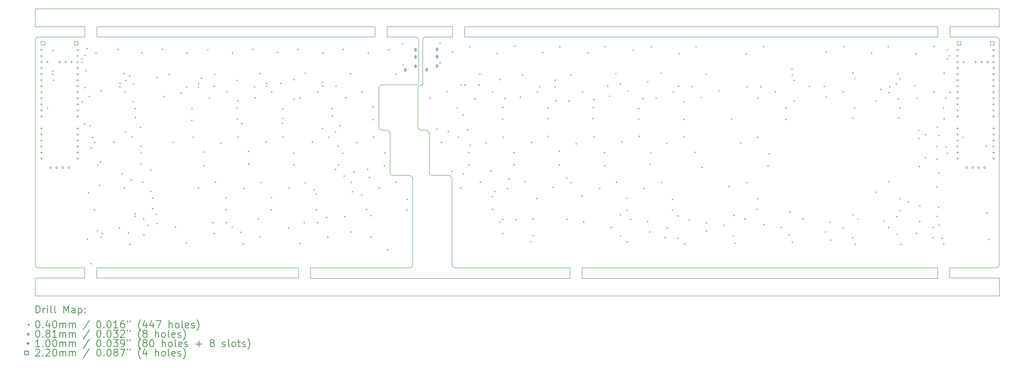
<source format=gbr>
%FSLAX45Y45*%
G04 Gerber Fmt 4.5, Leading zero omitted, Abs format (unit mm)*
G04 Created by KiCad (PCBNEW (5.1.9)-1) date 2021-03-29 22:20:54*
%MOMM*%
%LPD*%
G01*
G04 APERTURE LIST*
%TA.AperFunction,Profile*%
%ADD10C,0.200000*%
%TD*%
%ADD11C,0.200000*%
%ADD12C,0.300000*%
G04 APERTURE END LIST*
D10*
X18351500Y-5524500D02*
X18415000Y-5524500D01*
X4711700Y-3073400D02*
X4711700Y-3505200D01*
X2108200Y-3073400D02*
X2108200Y-2324100D01*
X2108200Y-3073400D02*
X4203700Y-3073400D01*
X2108200Y-2324100D02*
X42678350Y-2324100D01*
X16916400Y-3073400D02*
X19672300Y-3073400D01*
X16408400Y-3505200D02*
X16408400Y-3073400D01*
X4203700Y-3505200D02*
X4203700Y-3073400D01*
X42678350Y-2324100D02*
X42678350Y-3073400D01*
X16916400Y-3073400D02*
X16916400Y-3505200D01*
X16408400Y-3073400D02*
X4711700Y-3073400D01*
X19672300Y-3505200D02*
X19672300Y-3073400D01*
X20180300Y-3073400D02*
X20180300Y-3505200D01*
X40601900Y-3073400D02*
X40601900Y-3505200D01*
X40601900Y-3073400D02*
X42678350Y-3073400D01*
X40093900Y-3073400D02*
X20180300Y-3073400D01*
X40093900Y-3505200D02*
X40093900Y-3073400D01*
X42684700Y-13652500D02*
X40589200Y-13652500D01*
X28384500Y-13665200D02*
X25120600Y-13665200D01*
X42684700Y-14401800D02*
X2108200Y-14401800D01*
X2108200Y-14401800D02*
X2108200Y-13652500D01*
X4191000Y-13652500D02*
X2108200Y-13652500D01*
X28384500Y-13665200D02*
X40081200Y-13665200D01*
X4699000Y-13652500D02*
X13195300Y-13652500D01*
X42684700Y-13652500D02*
X42684700Y-14401800D01*
X13703300Y-13665200D02*
X24612600Y-13665200D01*
X4699000Y-13220700D02*
X4699000Y-13652500D01*
X4191000Y-13652500D02*
X4191000Y-13220700D01*
X13703300Y-13220700D02*
X13703300Y-13665200D01*
X13195300Y-13652500D02*
X13195300Y-13220700D01*
X25120600Y-13220700D02*
X25120600Y-13665200D01*
X24612600Y-13665200D02*
X24612600Y-13220700D01*
X40081200Y-13665200D02*
X40081200Y-13220700D01*
X40589200Y-13220700D02*
X40589200Y-13652500D01*
X13703300Y-13220700D02*
X17856200Y-13220700D01*
X40589200Y-13220700D02*
X42538650Y-13220700D01*
X28384500Y-13220700D02*
X25120600Y-13220700D01*
X24612600Y-13220700D02*
X19786600Y-13220700D01*
X2247900Y-13220700D02*
X4191000Y-13220700D01*
X4699000Y-13220700D02*
X13195300Y-13220700D01*
X40601900Y-3505200D02*
X42538650Y-3505200D01*
X2247900Y-3505200D02*
X4203700Y-3505200D01*
X18554700Y-3505200D02*
X19672300Y-3505200D01*
X16916400Y-3505200D02*
X18110200Y-3505200D01*
X18211800Y-5664200D02*
G75*
G02*
X18351500Y-5524500I139700J0D01*
G01*
X18351500Y-7429500D02*
G75*
G02*
X18211800Y-7289800I0J139700D01*
G01*
X18554700Y-7429500D02*
G75*
G02*
X18694400Y-7569200I0J-139700D01*
G01*
X18834100Y-9334500D02*
G75*
G02*
X18694400Y-9194800I0J139700D01*
G01*
X19507200Y-9334500D02*
G75*
G02*
X19646900Y-9474200I0J-139700D01*
G01*
X19786600Y-13220700D02*
G75*
G02*
X19646900Y-13081000I0J139700D01*
G01*
X17995900Y-13081000D02*
G75*
G02*
X17856200Y-13220700I-139700J0D01*
G01*
X17856200Y-9334500D02*
G75*
G02*
X17995900Y-9474200I0J-139700D01*
G01*
X17183100Y-9334500D02*
G75*
G02*
X17043400Y-9194800I0J139700D01*
G01*
X16903700Y-7429500D02*
G75*
G02*
X17043400Y-7569200I0J-139700D01*
G01*
X16713200Y-7429500D02*
G75*
G02*
X16573500Y-7289800I0J139700D01*
G01*
X16573500Y-5664200D02*
G75*
G02*
X16713200Y-5524500I139700J0D01*
G01*
X18249900Y-5384800D02*
G75*
G02*
X18110200Y-5524500I-139700J0D01*
G01*
X18110200Y-3505200D02*
G75*
G02*
X18249900Y-3644900I0J-139700D01*
G01*
X18415000Y-3644900D02*
G75*
G02*
X18554700Y-3505200I139700J0D01*
G01*
X20180300Y-3505200D02*
X40093900Y-3505200D01*
X28384500Y-13220700D02*
X40081200Y-13220700D01*
X18415000Y-5524500D02*
X18415000Y-3644900D01*
X18211800Y-7289800D02*
X18211800Y-5664200D01*
X18554700Y-7429500D02*
X18351500Y-7429500D01*
X18694400Y-9194800D02*
X18694400Y-7569200D01*
X19507200Y-9334500D02*
X18834100Y-9334500D01*
X19646900Y-13081000D02*
X19646900Y-9474200D01*
X18249900Y-5384800D02*
X18249900Y-3644900D01*
X16713200Y-5524500D02*
X18110200Y-5524500D01*
X16573500Y-7289800D02*
X16573500Y-5664200D01*
X16903700Y-7429500D02*
X16713200Y-7429500D01*
X17043400Y-9194800D02*
X17043400Y-7569200D01*
X17856200Y-9334500D02*
X17183100Y-9334500D01*
X17995900Y-13081000D02*
X17995900Y-9474200D01*
X2108200Y-3644900D02*
G75*
G02*
X2247900Y-3505200I139700J0D01*
G01*
X42538650Y-3505200D02*
G75*
G02*
X42678350Y-3644900I0J-139700D01*
G01*
X42678488Y-13074650D02*
G75*
G02*
X42538650Y-13220700I-146188J0D01*
G01*
X2247900Y-13220700D02*
G75*
G02*
X2108200Y-13081000I0J139700D01*
G01*
X4711700Y-3505200D02*
X16408400Y-3505200D01*
X42678350Y-3644900D02*
X42678488Y-13074650D01*
X2108200Y-13081000D02*
X2108200Y-3644900D01*
D11*
X2610000Y-6460000D02*
X2650000Y-6500000D01*
X2650000Y-6460000D02*
X2610000Y-6500000D01*
X2830000Y-4920000D02*
X2870000Y-4960000D01*
X2870000Y-4920000D02*
X2830000Y-4960000D01*
X2830000Y-4050000D02*
X2870000Y-4090000D01*
X2870000Y-4050000D02*
X2830000Y-4090000D01*
X2830000Y-5050000D02*
X2870000Y-5090000D01*
X2870000Y-5050000D02*
X2830000Y-5090000D01*
X2864799Y-5300000D02*
X2904799Y-5340000D01*
X2904799Y-5300000D02*
X2864799Y-5340000D01*
X4066550Y-4552000D02*
X4106550Y-4592000D01*
X4106550Y-4552000D02*
X4066550Y-4592000D01*
X4069400Y-4399601D02*
X4109400Y-4439601D01*
X4109400Y-4399601D02*
X4069400Y-4439601D01*
X4082100Y-6215700D02*
X4122100Y-6255700D01*
X4122100Y-6215700D02*
X4082100Y-6255700D01*
X4171000Y-7130100D02*
X4211000Y-7170100D01*
X4211000Y-7130100D02*
X4171000Y-7170100D01*
X4183700Y-4247200D02*
X4223700Y-4287200D01*
X4223700Y-4247200D02*
X4183700Y-4287200D01*
X4183700Y-5618800D02*
X4223700Y-5658800D01*
X4223700Y-5618800D02*
X4183700Y-5658800D01*
X4234500Y-4907600D02*
X4274500Y-4947600D01*
X4274500Y-4907600D02*
X4234500Y-4947600D01*
X4278908Y-3975707D02*
X4318908Y-4015707D01*
X4318908Y-3975707D02*
X4278908Y-4015707D01*
X4285300Y-11994200D02*
X4325300Y-12034200D01*
X4325300Y-11994200D02*
X4285300Y-12034200D01*
X4332601Y-10038400D02*
X4372601Y-10078400D01*
X4372601Y-10038400D02*
X4332601Y-10078400D01*
X4375378Y-5990783D02*
X4415378Y-6030783D01*
X4415378Y-5990783D02*
X4375378Y-6030783D01*
X4412300Y-7219000D02*
X4452300Y-7259000D01*
X4452300Y-7219000D02*
X4412300Y-7259000D01*
X4450400Y-8146100D02*
X4490400Y-8186100D01*
X4490400Y-8146100D02*
X4450400Y-8186100D01*
X4450400Y-13022900D02*
X4490400Y-13062900D01*
X4490400Y-13022900D02*
X4450400Y-13062900D01*
X4509284Y-7712189D02*
X4549284Y-7752189D01*
X4549284Y-7712189D02*
X4509284Y-7752189D01*
X4583750Y-10755950D02*
X4623750Y-10795950D01*
X4623750Y-10755950D02*
X4583750Y-10795950D01*
X4602800Y-7917500D02*
X4642800Y-7957500D01*
X4642800Y-7917500D02*
X4602800Y-7957500D01*
X4653600Y-4158300D02*
X4693600Y-4198300D01*
X4693600Y-4158300D02*
X4653600Y-4198300D01*
X4714249Y-11638600D02*
X4754249Y-11678600D01*
X4754249Y-11638600D02*
X4714249Y-11678600D01*
X4729800Y-8870000D02*
X4769800Y-8910000D01*
X4769800Y-8870000D02*
X4729800Y-8910000D01*
X4793300Y-9733600D02*
X4833300Y-9773600D01*
X4833300Y-9733600D02*
X4793300Y-9773600D01*
X4833300Y-8741100D02*
X4873300Y-8781100D01*
X4873300Y-8741100D02*
X4833300Y-8781100D01*
X4844100Y-11918000D02*
X4884100Y-11958000D01*
X4884100Y-11918000D02*
X4844100Y-11958000D01*
X4869500Y-5745800D02*
X4909500Y-5785800D01*
X4909500Y-5745800D02*
X4869500Y-5785800D01*
X4907600Y-11752900D02*
X4947600Y-11792900D01*
X4947600Y-11752900D02*
X4907600Y-11792900D01*
X5402900Y-7904800D02*
X5442900Y-7944800D01*
X5442900Y-7904800D02*
X5402900Y-7944800D01*
X5568000Y-4005900D02*
X5608000Y-4045900D01*
X5608000Y-4005900D02*
X5568000Y-4045900D01*
X5631500Y-11511600D02*
X5671500Y-11551600D01*
X5671500Y-11511600D02*
X5631500Y-11551600D01*
X5656900Y-5441000D02*
X5696900Y-5481000D01*
X5696900Y-5441000D02*
X5656900Y-5481000D01*
X5656900Y-5580700D02*
X5696900Y-5620700D01*
X5696900Y-5580700D02*
X5656900Y-5620700D01*
X5758500Y-9238300D02*
X5798500Y-9278300D01*
X5798500Y-9238300D02*
X5758500Y-9278300D01*
X5834700Y-5021900D02*
X5874700Y-5061900D01*
X5874700Y-5021900D02*
X5834700Y-5061900D01*
X5847400Y-9847900D02*
X5887400Y-9887900D01*
X5887400Y-9847900D02*
X5847400Y-9887900D01*
X5872800Y-5796600D02*
X5912800Y-5836600D01*
X5912800Y-5796600D02*
X5872800Y-5836600D01*
X5885500Y-7473000D02*
X5925500Y-7513000D01*
X5925500Y-7473000D02*
X5885500Y-7513000D01*
X5898200Y-5313999D02*
X5938200Y-5353999D01*
X5938200Y-5313999D02*
X5898200Y-5353999D01*
X6012500Y-11727500D02*
X6052500Y-11767500D01*
X6052500Y-11727500D02*
X6012500Y-11767500D01*
X6063300Y-5123500D02*
X6103300Y-5163500D01*
X6103300Y-5123500D02*
X6063300Y-5163500D01*
X6088700Y-12210100D02*
X6128700Y-12250100D01*
X6128700Y-12210100D02*
X6088700Y-12250100D01*
X6126800Y-9505000D02*
X6166800Y-9545000D01*
X6166800Y-9505000D02*
X6126800Y-9545000D01*
X6164900Y-7688900D02*
X6204900Y-7728900D01*
X6204900Y-7688900D02*
X6164900Y-7728900D01*
X6215700Y-6203000D02*
X6255700Y-6243000D01*
X6255700Y-6203000D02*
X6215700Y-6243000D01*
X6228400Y-5453700D02*
X6268400Y-5493700D01*
X6268400Y-5453700D02*
X6228400Y-5493700D01*
X6291900Y-10927400D02*
X6331900Y-10967400D01*
X6331900Y-10927400D02*
X6291900Y-10967400D01*
X6291900Y-11027400D02*
X6331900Y-11067400D01*
X6331900Y-11027400D02*
X6291900Y-11067400D01*
X6304600Y-6495100D02*
X6344600Y-6535100D01*
X6344600Y-6495100D02*
X6304600Y-6535100D01*
X6307436Y-6870396D02*
X6347436Y-6910396D01*
X6347436Y-6870396D02*
X6307436Y-6910396D01*
X6525252Y-7282500D02*
X6565252Y-7322500D01*
X6565252Y-7282500D02*
X6525252Y-7322500D01*
X6533200Y-8082600D02*
X6573200Y-8122600D01*
X6573200Y-8082600D02*
X6533200Y-8122600D01*
X6545900Y-8362000D02*
X6585900Y-8402000D01*
X6585900Y-8362000D02*
X6545900Y-8402000D01*
X6545900Y-8819200D02*
X6585900Y-8859200D01*
X6585900Y-8819200D02*
X6545900Y-8859200D01*
X6584000Y-4145600D02*
X6624000Y-4185600D01*
X6624000Y-4145600D02*
X6584000Y-4185600D01*
X6624526Y-9593900D02*
X6664526Y-9633900D01*
X6664526Y-9593900D02*
X6624526Y-9633900D01*
X6660200Y-11143300D02*
X6700200Y-11183300D01*
X6700200Y-11143300D02*
X6660200Y-11183300D01*
X6665449Y-11823851D02*
X6705449Y-11863851D01*
X6705449Y-11823851D02*
X6665449Y-11863851D01*
X6838000Y-11410000D02*
X6878000Y-11450000D01*
X6878000Y-11410000D02*
X6838000Y-11450000D01*
X6952300Y-9085900D02*
X6992300Y-9125900D01*
X6992300Y-9085900D02*
X6952300Y-9125900D01*
X6959750Y-9980150D02*
X6999750Y-10020150D01*
X6999750Y-9980150D02*
X6959750Y-10020150D01*
X7028500Y-10267000D02*
X7068500Y-10307000D01*
X7068500Y-10267000D02*
X7028500Y-10307000D01*
X7028500Y-10707698D02*
X7068500Y-10747698D01*
X7068500Y-10707698D02*
X7028500Y-10747698D01*
X7180900Y-10952800D02*
X7220900Y-10992800D01*
X7220900Y-10952800D02*
X7180900Y-10992800D01*
X7207600Y-5189549D02*
X7247600Y-5229549D01*
X7247600Y-5189549D02*
X7207600Y-5229549D01*
X7219000Y-11333800D02*
X7259000Y-11373800D01*
X7259000Y-11333800D02*
X7219000Y-11373800D01*
X7447600Y-4005900D02*
X7487600Y-4045900D01*
X7487600Y-4005900D02*
X7447600Y-4045900D01*
X7523800Y-5987100D02*
X7563800Y-6027100D01*
X7563800Y-5987100D02*
X7523800Y-6027100D01*
X7727000Y-5060000D02*
X7767000Y-5100000D01*
X7767000Y-5060000D02*
X7727000Y-5100000D01*
X7904800Y-7917500D02*
X7944800Y-7957500D01*
X7944800Y-7917500D02*
X7904800Y-7957500D01*
X7993700Y-11486200D02*
X8033700Y-11526200D01*
X8033700Y-11486200D02*
X7993700Y-11526200D01*
X8241278Y-5844852D02*
X8281278Y-5884852D01*
X8281278Y-5844852D02*
X8241278Y-5884852D01*
X8450900Y-12159300D02*
X8490900Y-12199300D01*
X8490900Y-12159300D02*
X8450900Y-12199300D01*
X8463600Y-5593400D02*
X8503600Y-5633400D01*
X8503600Y-5593400D02*
X8463600Y-5633400D01*
X8476300Y-4158300D02*
X8516300Y-4198300D01*
X8516300Y-4158300D02*
X8476300Y-4198300D01*
X8679500Y-6990400D02*
X8719500Y-7030400D01*
X8719500Y-6990400D02*
X8679500Y-7030400D01*
X8692200Y-6495100D02*
X8732200Y-6535100D01*
X8732200Y-6495100D02*
X8692200Y-6535100D01*
X8730300Y-7701600D02*
X8770300Y-7741600D01*
X8770300Y-7701600D02*
X8730300Y-7741600D01*
X8958900Y-5593400D02*
X8998900Y-5633400D01*
X8998900Y-5593400D02*
X8958900Y-5633400D01*
X8958900Y-9847900D02*
X8998900Y-9887900D01*
X8998900Y-9847900D02*
X8958900Y-9887900D01*
X8971600Y-5453700D02*
X9011600Y-5493700D01*
X9011600Y-5453700D02*
X8971600Y-5493700D01*
X9085900Y-5222249D02*
X9125900Y-5262249D01*
X9125900Y-5222249D02*
X9085900Y-5262249D01*
X9174800Y-8323900D02*
X9214800Y-8363900D01*
X9214800Y-8323900D02*
X9174800Y-8363900D01*
X9187500Y-8895400D02*
X9227500Y-8935400D01*
X9227500Y-8895400D02*
X9187500Y-8935400D01*
X9352600Y-4018600D02*
X9392600Y-4058600D01*
X9392600Y-4018600D02*
X9352600Y-4058600D01*
X9428800Y-6063300D02*
X9468800Y-6103300D01*
X9468800Y-6063300D02*
X9428800Y-6103300D01*
X9568500Y-11295700D02*
X9608500Y-11335700D01*
X9608500Y-11295700D02*
X9568500Y-11335700D01*
X9619300Y-5555300D02*
X9659300Y-5595300D01*
X9659300Y-5555300D02*
X9619300Y-5595300D01*
X9632000Y-11752900D02*
X9672000Y-11792900D01*
X9672000Y-11752900D02*
X9632000Y-11792900D01*
X9644700Y-5060000D02*
X9684700Y-5100000D01*
X9684700Y-5060000D02*
X9644700Y-5100000D01*
X9682728Y-9596750D02*
X9722728Y-9636750D01*
X9722728Y-9596750D02*
X9682728Y-9636750D01*
X9898700Y-7955600D02*
X9938700Y-7995600D01*
X9938700Y-7955600D02*
X9898700Y-7995600D01*
X10127300Y-10241600D02*
X10167300Y-10281600D01*
X10167300Y-10241600D02*
X10127300Y-10281600D01*
X10127300Y-10745798D02*
X10167300Y-10785798D01*
X10167300Y-10745798D02*
X10127300Y-10785798D01*
X10140000Y-11295700D02*
X10180000Y-11335700D01*
X10180000Y-11295700D02*
X10140000Y-11335700D01*
X10165400Y-5783900D02*
X10205400Y-5823900D01*
X10205400Y-5783900D02*
X10165400Y-5823900D01*
X10379903Y-11487597D02*
X10419903Y-11527597D01*
X10419903Y-11487597D02*
X10379903Y-11527597D01*
X10394000Y-4158300D02*
X10434000Y-4198300D01*
X10434000Y-4158300D02*
X10394000Y-4198300D01*
X10571800Y-5314000D02*
X10611800Y-5354000D01*
X10611800Y-5314000D02*
X10571800Y-5354000D01*
X10584500Y-6482400D02*
X10624500Y-6522400D01*
X10624500Y-6482400D02*
X10584500Y-6522400D01*
X10597200Y-6939600D02*
X10637200Y-6979600D01*
X10637200Y-6939600D02*
X10597200Y-6979600D01*
X10622600Y-6164900D02*
X10662600Y-6204900D01*
X10662600Y-6164900D02*
X10622600Y-6204900D01*
X10635300Y-7688900D02*
X10675300Y-7728900D01*
X10675300Y-7688900D02*
X10635300Y-7728900D01*
X10749600Y-11702100D02*
X10789600Y-11742100D01*
X10789600Y-11702100D02*
X10749600Y-11742100D01*
X10781350Y-7120899D02*
X10821350Y-7160899D01*
X10821350Y-7120899D02*
X10781350Y-7160899D01*
X10838500Y-12184700D02*
X10878500Y-12224700D01*
X10878500Y-12184700D02*
X10838500Y-12224700D01*
X10863900Y-9860600D02*
X10903900Y-9900600D01*
X10903900Y-9860600D02*
X10863900Y-9900600D01*
X11067100Y-8298500D02*
X11107100Y-8338500D01*
X11107100Y-8298500D02*
X11067100Y-8338500D01*
X11079800Y-8831900D02*
X11119800Y-8871900D01*
X11119800Y-8831900D02*
X11079800Y-8871900D01*
X11244900Y-4005900D02*
X11284900Y-4045900D01*
X11284900Y-4005900D02*
X11244900Y-4045900D01*
X11321100Y-5580700D02*
X11361100Y-5620700D01*
X11361100Y-5580700D02*
X11321100Y-5620700D01*
X11346500Y-6037900D02*
X11386500Y-6077900D01*
X11386500Y-6037900D02*
X11346500Y-6077900D01*
X11486200Y-11143300D02*
X11526200Y-11183300D01*
X11526200Y-11143300D02*
X11486200Y-11183300D01*
X11549700Y-5025399D02*
X11589700Y-5065399D01*
X11589700Y-5025399D02*
X11549700Y-5065399D01*
X11562400Y-11892600D02*
X11602400Y-11932600D01*
X11602400Y-11892600D02*
X11562400Y-11932600D01*
X11587800Y-9606600D02*
X11627800Y-9646600D01*
X11627800Y-9606600D02*
X11587800Y-9646600D01*
X11816400Y-7904800D02*
X11856400Y-7944800D01*
X11856400Y-7904800D02*
X11816400Y-7944800D01*
X11829100Y-5568000D02*
X11869100Y-5608000D01*
X11869100Y-5568000D02*
X11829100Y-5608000D01*
X11829101Y-5441000D02*
X11869101Y-5481000D01*
X11869101Y-5441000D02*
X11829101Y-5481000D01*
X12019600Y-10758498D02*
X12059600Y-10798498D01*
X12059600Y-10758498D02*
X12019600Y-10798498D01*
X12032300Y-10241600D02*
X12072300Y-10281600D01*
X12072300Y-10241600D02*
X12032300Y-10281600D01*
X12045000Y-5799450D02*
X12085000Y-5839450D01*
X12085000Y-5799450D02*
X12045000Y-5839450D01*
X12286300Y-4132900D02*
X12326300Y-4172900D01*
X12326300Y-4132900D02*
X12286300Y-4172900D01*
X12426000Y-5441000D02*
X12466000Y-5481000D01*
X12466000Y-5441000D02*
X12426000Y-5481000D01*
X12489500Y-7117400D02*
X12529500Y-7157400D01*
X12529500Y-7117400D02*
X12489500Y-7157400D01*
X12502200Y-6507800D02*
X12542200Y-6547800D01*
X12542200Y-6507800D02*
X12502200Y-6547800D01*
X12502200Y-6914200D02*
X12542200Y-6954200D01*
X12542200Y-6914200D02*
X12502200Y-6954200D01*
X12527600Y-7691750D02*
X12567600Y-7731750D01*
X12567600Y-7691750D02*
X12527600Y-7731750D01*
X12756200Y-11511600D02*
X12796200Y-11551600D01*
X12796200Y-11511600D02*
X12756200Y-11551600D01*
X12768900Y-9835199D02*
X12808900Y-9875199D01*
X12808900Y-9835199D02*
X12768900Y-9875199D01*
X12972100Y-8857300D02*
X13012100Y-8897300D01*
X13012100Y-8857300D02*
X12972100Y-8897300D01*
X12984800Y-6101400D02*
X13024800Y-6141400D01*
X13024800Y-6101400D02*
X12984800Y-6141400D01*
X12984800Y-8374700D02*
X13024800Y-8414700D01*
X13024800Y-8374700D02*
X12984800Y-8414700D01*
X12987949Y-5279049D02*
X13027949Y-5319049D01*
X13027949Y-5279049D02*
X12987949Y-5319049D01*
X13162600Y-4005900D02*
X13202600Y-4045900D01*
X13202600Y-4005900D02*
X13162600Y-4045900D01*
X13226100Y-12172000D02*
X13266100Y-12212000D01*
X13266100Y-12172000D02*
X13226100Y-12212000D01*
X13238800Y-6063300D02*
X13278800Y-6103300D01*
X13278800Y-6063300D02*
X13238800Y-6103300D01*
X13416600Y-11295700D02*
X13456600Y-11335700D01*
X13456600Y-11295700D02*
X13416600Y-11335700D01*
X13454700Y-5009199D02*
X13494700Y-5049199D01*
X13494700Y-5009199D02*
X13454700Y-5049199D01*
X13454700Y-9619300D02*
X13494700Y-9659300D01*
X13494700Y-9619300D02*
X13454700Y-9659300D01*
X13751569Y-7908499D02*
X13791569Y-7948499D01*
X13791569Y-7908499D02*
X13751569Y-7948499D01*
X13835700Y-9911400D02*
X13875700Y-9951400D01*
X13875700Y-9911400D02*
X13835700Y-9951400D01*
X13924600Y-10101900D02*
X13964600Y-10141900D01*
X13964600Y-10101900D02*
X13924600Y-10141900D01*
X13924600Y-10758498D02*
X13964600Y-10798498D01*
X13964600Y-10758498D02*
X13924600Y-10798498D01*
X13975400Y-5796600D02*
X14015400Y-5836600D01*
X14015400Y-5796600D02*
X13975400Y-5836600D01*
X13975400Y-11295700D02*
X14015400Y-11335700D01*
X14015400Y-11295700D02*
X13975400Y-11335700D01*
X14177102Y-7337736D02*
X14217102Y-7377736D01*
X14217102Y-7337736D02*
X14177102Y-7377736D01*
X14178600Y-5402900D02*
X14218600Y-5442900D01*
X14218600Y-5402900D02*
X14178600Y-5442900D01*
X14191300Y-5542600D02*
X14231300Y-5582600D01*
X14231300Y-5542600D02*
X14191300Y-5582600D01*
X14204000Y-4158300D02*
X14244000Y-4198300D01*
X14244000Y-4158300D02*
X14204000Y-4198300D01*
X14356400Y-11076300D02*
X14396400Y-11116300D01*
X14396400Y-11076300D02*
X14356400Y-11116300D01*
X14407200Y-11905300D02*
X14447200Y-11945300D01*
X14447200Y-11905300D02*
X14407200Y-11945300D01*
X14445300Y-7701600D02*
X14485300Y-7741600D01*
X14485300Y-7701600D02*
X14445300Y-7741600D01*
X14572300Y-6495100D02*
X14612300Y-6535100D01*
X14612300Y-6495100D02*
X14572300Y-6535100D01*
X14597700Y-6799900D02*
X14637700Y-6839900D01*
X14637700Y-6799900D02*
X14597700Y-6839900D01*
X14724700Y-7473000D02*
X14764700Y-7513000D01*
X14764700Y-7473000D02*
X14724700Y-7513000D01*
X14726027Y-9059173D02*
X14766027Y-9099173D01*
X14766027Y-9059173D02*
X14726027Y-9099173D01*
X14750100Y-5555300D02*
X14790100Y-5595300D01*
X14790100Y-5555300D02*
X14750100Y-5595300D01*
X14846950Y-8074650D02*
X14886950Y-8114650D01*
X14886950Y-8074650D02*
X14846950Y-8114650D01*
X14857443Y-8863042D02*
X14897443Y-8903042D01*
X14897443Y-8863042D02*
X14857443Y-8903042D01*
X14915200Y-7206300D02*
X14955200Y-7246300D01*
X14955200Y-7206300D02*
X14915200Y-7246300D01*
X15029500Y-8374700D02*
X15069500Y-8414700D01*
X15069500Y-8374700D02*
X15029500Y-8414700D01*
X15054900Y-4005900D02*
X15094900Y-4045900D01*
X15094900Y-4005900D02*
X15054900Y-4045900D01*
X15093000Y-9336401D02*
X15133000Y-9376401D01*
X15133000Y-9336401D02*
X15093000Y-9376401D01*
X15118400Y-11041700D02*
X15158400Y-11081700D01*
X15158400Y-11041700D02*
X15118400Y-11081700D01*
X15156500Y-6037900D02*
X15196500Y-6077900D01*
X15196500Y-6037900D02*
X15156500Y-6077900D01*
X15359700Y-5028250D02*
X15399700Y-5068250D01*
X15399700Y-5028250D02*
X15359700Y-5068250D01*
X15384879Y-9607432D02*
X15424879Y-9647432D01*
X15424879Y-9607432D02*
X15384879Y-9647432D01*
X15385100Y-11689400D02*
X15425100Y-11729400D01*
X15425100Y-11689400D02*
X15385100Y-11729400D01*
X15439049Y-9997151D02*
X15479049Y-10037151D01*
X15479049Y-9997151D02*
X15439049Y-10037151D01*
X15515599Y-9174800D02*
X15555599Y-9214800D01*
X15555599Y-9174800D02*
X15515599Y-9214800D01*
X15613700Y-7930200D02*
X15653700Y-7970200D01*
X15653700Y-7930200D02*
X15613700Y-7970200D01*
X15829600Y-10140000D02*
X15869600Y-10180000D01*
X15869600Y-10140000D02*
X15829600Y-10180000D01*
X15855000Y-5799450D02*
X15895000Y-5839450D01*
X15895000Y-5799450D02*
X15855000Y-5839450D01*
X16032800Y-10736900D02*
X16072800Y-10776900D01*
X16072800Y-10736900D02*
X16032800Y-10776900D01*
X16083600Y-9054150D02*
X16123600Y-9094150D01*
X16123600Y-9054150D02*
X16083600Y-9094150D01*
X16109000Y-4158300D02*
X16149000Y-4198300D01*
X16149000Y-4158300D02*
X16109000Y-4198300D01*
X16159800Y-9390700D02*
X16199800Y-9430700D01*
X16199800Y-9390700D02*
X16159800Y-9430700D01*
X16208449Y-11902151D02*
X16248449Y-11942151D01*
X16248449Y-11902151D02*
X16208449Y-11942151D01*
X16210600Y-11003600D02*
X16250600Y-11043600D01*
X16250600Y-11003600D02*
X16210600Y-11043600D01*
X16312200Y-6418900D02*
X16352200Y-6458900D01*
X16352200Y-6418900D02*
X16312200Y-6458900D01*
X16312200Y-6965000D02*
X16352200Y-7005000D01*
X16352200Y-6965000D02*
X16312200Y-7005000D01*
X16337600Y-7688900D02*
X16377600Y-7728900D01*
X16377600Y-7688900D02*
X16337600Y-7728900D01*
X16566200Y-9841550D02*
X16606200Y-9881550D01*
X16606200Y-9841550D02*
X16566200Y-9881550D01*
X16782100Y-8908100D02*
X16822100Y-8948100D01*
X16822100Y-8908100D02*
X16782100Y-8948100D01*
X16807500Y-8362000D02*
X16847500Y-8402000D01*
X16847500Y-8362000D02*
X16807500Y-8402000D01*
X16921800Y-12438700D02*
X16961800Y-12478700D01*
X16961800Y-12438700D02*
X16921800Y-12478700D01*
X16969025Y-4027868D02*
X17009025Y-4067868D01*
X17009025Y-4027868D02*
X16969025Y-4067868D01*
X17264700Y-5060000D02*
X17304700Y-5100000D01*
X17304700Y-5060000D02*
X17264700Y-5100000D01*
X17278653Y-9596750D02*
X17318653Y-9636750D01*
X17318653Y-9596750D02*
X17278653Y-9636750D01*
X17544100Y-3764600D02*
X17584100Y-3804600D01*
X17584100Y-3764600D02*
X17544100Y-3804600D01*
X17561048Y-4662053D02*
X17601048Y-4702053D01*
X17601048Y-4662053D02*
X17561048Y-4702053D01*
X17734600Y-10762300D02*
X17774600Y-10802300D01*
X17774600Y-10762300D02*
X17734600Y-10802300D01*
X17747300Y-10317800D02*
X17787300Y-10357800D01*
X17787300Y-10317800D02*
X17747300Y-10357800D01*
X18706150Y-6050600D02*
X18746150Y-6090600D01*
X18746150Y-6050600D02*
X18706150Y-6090600D01*
X19004600Y-7358700D02*
X19044600Y-7398700D01*
X19044600Y-7358700D02*
X19004600Y-7398700D01*
X19125250Y-3751900D02*
X19165250Y-3791900D01*
X19165250Y-3751900D02*
X19125250Y-3791900D01*
X19125250Y-4567500D02*
X19165250Y-4607500D01*
X19165250Y-4567500D02*
X19125250Y-4607500D01*
X19188750Y-7917500D02*
X19228750Y-7957500D01*
X19228750Y-7917500D02*
X19188750Y-7957500D01*
X19417350Y-5783900D02*
X19457350Y-5823900D01*
X19457350Y-5783900D02*
X19417350Y-5823900D01*
X19474500Y-7460300D02*
X19514500Y-7500300D01*
X19514500Y-7460300D02*
X19474500Y-7500300D01*
X19639600Y-9136700D02*
X19679600Y-9176700D01*
X19679600Y-9136700D02*
X19639600Y-9176700D01*
X19645950Y-4120200D02*
X19685950Y-4160200D01*
X19685950Y-4120200D02*
X19645950Y-4160200D01*
X19861850Y-6457000D02*
X19901850Y-6497000D01*
X19901850Y-6457000D02*
X19861850Y-6497000D01*
X19899950Y-7701600D02*
X19939950Y-7741600D01*
X19939950Y-7701600D02*
X19899950Y-7741600D01*
X20001550Y-9847900D02*
X20041550Y-9887900D01*
X20041550Y-9847900D02*
X20001550Y-9887900D01*
X20024100Y-5501001D02*
X20064100Y-5541001D01*
X20064100Y-5501001D02*
X20024100Y-5541001D01*
X20096800Y-6761800D02*
X20136800Y-6801800D01*
X20136800Y-6761800D02*
X20096800Y-6801800D01*
X20103150Y-9251000D02*
X20143150Y-9291000D01*
X20143150Y-9251000D02*
X20103150Y-9291000D01*
X20173000Y-5504500D02*
X20213000Y-5544500D01*
X20213000Y-5504500D02*
X20173000Y-5544500D01*
X20280950Y-7390450D02*
X20320950Y-7430450D01*
X20320950Y-7390450D02*
X20280950Y-7430450D01*
X20331750Y-8349300D02*
X20371750Y-8389300D01*
X20371750Y-8349300D02*
X20331750Y-8389300D01*
X20331750Y-8870000D02*
X20371750Y-8910000D01*
X20371750Y-8870000D02*
X20331750Y-8910000D01*
X20382550Y-3894451D02*
X20422550Y-3934451D01*
X20422550Y-3894451D02*
X20382550Y-3934451D01*
X20401600Y-8031800D02*
X20441600Y-8071800D01*
X20441600Y-8031800D02*
X20401600Y-8071800D01*
X20585750Y-6088700D02*
X20625750Y-6128700D01*
X20625750Y-6088700D02*
X20585750Y-6128700D01*
X20769900Y-5504500D02*
X20809900Y-5544500D01*
X20809900Y-5504500D02*
X20769900Y-5544500D01*
X20801650Y-5047300D02*
X20841650Y-5087300D01*
X20841650Y-5047300D02*
X20801650Y-5087300D01*
X20823223Y-9596750D02*
X20863223Y-9636750D01*
X20863223Y-9596750D02*
X20823223Y-9636750D01*
X21068350Y-7955600D02*
X21108350Y-7995600D01*
X21108350Y-7955600D02*
X21068350Y-7995600D01*
X21271550Y-9117650D02*
X21311550Y-9157650D01*
X21311550Y-9117650D02*
X21271550Y-9157650D01*
X21331551Y-10203500D02*
X21371551Y-10243500D01*
X21371551Y-10203500D02*
X21331551Y-10243500D01*
X21335050Y-5796600D02*
X21375050Y-5836600D01*
X21375050Y-5796600D02*
X21335050Y-5836600D01*
X21337157Y-10734794D02*
X21377157Y-10774794D01*
X21377157Y-10734794D02*
X21337157Y-10774794D01*
X21423950Y-9987600D02*
X21463950Y-10027600D01*
X21463950Y-9987600D02*
X21423950Y-10027600D01*
X21525550Y-4171000D02*
X21565550Y-4211000D01*
X21565550Y-4171000D02*
X21525550Y-4211000D01*
X21645593Y-11283607D02*
X21685593Y-11323607D01*
X21685593Y-11283607D02*
X21645593Y-11323607D01*
X21646201Y-5275900D02*
X21686201Y-5315900D01*
X21686201Y-5275900D02*
X21646201Y-5315900D01*
X21754150Y-6939600D02*
X21794150Y-6979600D01*
X21794150Y-6939600D02*
X21754150Y-6979600D01*
X21760500Y-11156000D02*
X21800500Y-11196000D01*
X21800500Y-11156000D02*
X21760500Y-11196000D01*
X21766850Y-6444300D02*
X21806850Y-6484300D01*
X21806850Y-6444300D02*
X21766850Y-6484300D01*
X21766850Y-11752900D02*
X21806850Y-11792900D01*
X21806850Y-11752900D02*
X21766850Y-11792900D01*
X21792250Y-7701600D02*
X21832250Y-7741600D01*
X21832250Y-7701600D02*
X21792250Y-7741600D01*
X21855750Y-6076000D02*
X21895750Y-6116000D01*
X21895750Y-6076000D02*
X21855750Y-6116000D01*
X21963700Y-9866950D02*
X22003700Y-9906950D01*
X22003700Y-9866950D02*
X21963700Y-9906950D01*
X22014500Y-9447850D02*
X22054500Y-9487850D01*
X22054500Y-9447850D02*
X22014500Y-9487850D01*
X22236750Y-8349300D02*
X22276750Y-8389300D01*
X22276750Y-8349300D02*
X22236750Y-8389300D01*
X22236750Y-8857300D02*
X22276750Y-8897300D01*
X22276750Y-8857300D02*
X22236750Y-8897300D01*
X22274850Y-3869051D02*
X22314850Y-3909051D01*
X22314850Y-3869051D02*
X22274850Y-3909051D01*
X22332000Y-11168700D02*
X22372000Y-11208700D01*
X22372000Y-11168700D02*
X22332000Y-11208700D01*
X22503450Y-6012500D02*
X22543450Y-6052500D01*
X22543450Y-6012500D02*
X22503450Y-6052500D01*
X22592350Y-5085400D02*
X22632350Y-5125400D01*
X22632350Y-5085400D02*
X22592350Y-5125400D01*
X22706650Y-9581200D02*
X22746650Y-9621200D01*
X22746650Y-9581200D02*
X22706650Y-9621200D01*
X22947950Y-12095800D02*
X22987950Y-12135800D01*
X22987950Y-12095800D02*
X22947950Y-12135800D01*
X22973350Y-7917500D02*
X23013350Y-7957500D01*
X23013350Y-7917500D02*
X22973350Y-7957500D01*
X23033068Y-11139518D02*
X23073068Y-11179518D01*
X23073068Y-11139518D02*
X23033068Y-11179518D01*
X23049550Y-11841800D02*
X23089550Y-11881800D01*
X23089550Y-11841800D02*
X23049550Y-11881800D01*
X23189250Y-10279700D02*
X23229250Y-10319700D01*
X23229250Y-10279700D02*
X23189250Y-10319700D01*
X23227350Y-5799450D02*
X23267350Y-5839450D01*
X23267350Y-5799450D02*
X23227350Y-5839450D01*
X23322600Y-5580700D02*
X23362600Y-5620700D01*
X23362600Y-5580700D02*
X23322600Y-5620700D01*
X23455950Y-4132900D02*
X23495950Y-4172900D01*
X23495950Y-4132900D02*
X23455950Y-4172900D01*
X23659150Y-6914201D02*
X23699150Y-6954201D01*
X23699150Y-6914201D02*
X23659150Y-6954201D01*
X23671850Y-6482400D02*
X23711850Y-6522400D01*
X23711850Y-6482400D02*
X23671850Y-6522400D01*
X23684550Y-7663500D02*
X23724550Y-7703500D01*
X23724550Y-7663500D02*
X23684550Y-7703500D01*
X23875050Y-9809800D02*
X23915050Y-9849800D01*
X23915050Y-9809800D02*
X23875050Y-9849800D01*
X23970300Y-5301300D02*
X24010300Y-5341300D01*
X24010300Y-5301300D02*
X23970300Y-5341300D01*
X23970300Y-5580700D02*
X24010300Y-5620700D01*
X24010300Y-5580700D02*
X23970300Y-5620700D01*
X23995700Y-6164900D02*
X24035700Y-6204900D01*
X24035700Y-6164900D02*
X23995700Y-6204900D01*
X24141750Y-8285800D02*
X24181750Y-8325800D01*
X24181750Y-8285800D02*
X24141750Y-8325800D01*
X24141750Y-8870000D02*
X24181750Y-8910000D01*
X24181750Y-8870000D02*
X24141750Y-8910000D01*
X24167150Y-3895402D02*
X24207150Y-3935402D01*
X24207150Y-3895402D02*
X24167150Y-3935402D01*
X24452900Y-9416100D02*
X24492900Y-9456100D01*
X24492900Y-9416100D02*
X24452900Y-9456100D01*
X24471950Y-11156000D02*
X24511950Y-11196000D01*
X24511950Y-11156000D02*
X24471950Y-11196000D01*
X24550690Y-6180140D02*
X24590690Y-6220140D01*
X24590690Y-6180140D02*
X24550690Y-6220140D01*
X24624350Y-5085400D02*
X24664350Y-5125400D01*
X24664350Y-5085400D02*
X24624350Y-5125400D01*
X24630700Y-9612950D02*
X24670700Y-9652950D01*
X24670700Y-9612950D02*
X24630700Y-9652950D01*
X24852950Y-7981000D02*
X24892950Y-8021000D01*
X24892950Y-7981000D02*
X24852950Y-8021000D01*
X25094250Y-10165400D02*
X25134250Y-10205400D01*
X25134250Y-10165400D02*
X25094250Y-10205400D01*
X25119650Y-5796600D02*
X25159650Y-5836600D01*
X25159650Y-5796600D02*
X25119650Y-5836600D01*
X25170450Y-11270300D02*
X25210450Y-11310300D01*
X25210450Y-11270300D02*
X25170450Y-11310300D01*
X25348250Y-4158300D02*
X25388250Y-4198300D01*
X25388250Y-4158300D02*
X25348250Y-4198300D01*
X25551450Y-6914200D02*
X25591450Y-6954200D01*
X25591450Y-6914200D02*
X25551450Y-6954200D01*
X25564150Y-6457000D02*
X25604150Y-6497000D01*
X25604150Y-6457000D02*
X25564150Y-6497000D01*
X25602250Y-7688900D02*
X25642250Y-7728900D01*
X25642250Y-7688900D02*
X25602250Y-7728900D01*
X25614950Y-6114100D02*
X25654950Y-6154100D01*
X25654950Y-6114100D02*
X25614950Y-6154100D01*
X25843550Y-9860600D02*
X25883550Y-9900600D01*
X25883550Y-9860600D02*
X25843550Y-9900600D01*
X26046750Y-8349300D02*
X26086750Y-8389300D01*
X26086750Y-8349300D02*
X26046750Y-8389300D01*
X26046750Y-8895400D02*
X26086750Y-8935400D01*
X26086750Y-8895400D02*
X26046750Y-8935400D01*
X26072150Y-3890003D02*
X26112150Y-3930003D01*
X26112150Y-3890003D02*
X26072150Y-3930003D01*
X26180100Y-5555300D02*
X26220100Y-5595300D01*
X26220100Y-5555300D02*
X26180100Y-5595300D01*
X26262650Y-5974400D02*
X26302650Y-6014400D01*
X26302650Y-5974400D02*
X26262650Y-6014400D01*
X26326150Y-11498900D02*
X26366150Y-11538900D01*
X26366150Y-11498900D02*
X26326150Y-11538900D01*
X26526810Y-5026980D02*
X26566810Y-5066980D01*
X26566810Y-5026980D02*
X26526810Y-5066980D01*
X26551131Y-9593900D02*
X26591131Y-9633900D01*
X26591131Y-9593900D02*
X26551131Y-9633900D01*
X26713500Y-5453700D02*
X26753500Y-5493700D01*
X26753500Y-5453700D02*
X26713500Y-5493700D01*
X26719850Y-10965500D02*
X26759850Y-11005500D01*
X26759850Y-10965500D02*
X26719850Y-11005500D01*
X26719851Y-11867200D02*
X26759851Y-11907200D01*
X26759851Y-11867200D02*
X26719851Y-11907200D01*
X26770650Y-7892100D02*
X26810650Y-7932100D01*
X26810650Y-7892100D02*
X26770650Y-7932100D01*
X26999250Y-10267000D02*
X27039250Y-10307000D01*
X27039250Y-10267000D02*
X26999250Y-10307000D01*
X26999250Y-10775000D02*
X27039250Y-10815000D01*
X27039250Y-10775000D02*
X26999250Y-10815000D01*
X26999250Y-12108500D02*
X27039250Y-12148500D01*
X27039250Y-12108500D02*
X26999250Y-12148500D01*
X27050050Y-5771200D02*
X27090050Y-5811200D01*
X27090050Y-5771200D02*
X27050050Y-5811200D01*
X27151650Y-11156000D02*
X27191650Y-11196000D01*
X27191650Y-11156000D02*
X27151650Y-11196000D01*
X27259600Y-4044000D02*
X27299600Y-4084000D01*
X27299600Y-4044000D02*
X27259600Y-4084000D01*
X27481850Y-6495100D02*
X27521850Y-6535100D01*
X27521850Y-6495100D02*
X27481850Y-6535100D01*
X27481850Y-6939600D02*
X27521850Y-6979600D01*
X27521850Y-6939600D02*
X27481850Y-6979600D01*
X27507250Y-7663500D02*
X27547250Y-7703500D01*
X27547250Y-7663500D02*
X27507250Y-7703500D01*
X27666000Y-6076000D02*
X27706000Y-6116000D01*
X27706000Y-6076000D02*
X27666000Y-6116000D01*
X27697750Y-9860600D02*
X27737750Y-9900600D01*
X27737750Y-9860600D02*
X27697750Y-9900600D01*
X27862850Y-11244900D02*
X27902850Y-11284900D01*
X27902850Y-11244900D02*
X27862850Y-11284900D01*
X27869200Y-5364800D02*
X27909200Y-5404800D01*
X27909200Y-5364800D02*
X27869200Y-5404800D01*
X27951750Y-11689400D02*
X27991750Y-11729400D01*
X27991750Y-11689400D02*
X27951750Y-11729400D01*
X27964450Y-8844600D02*
X28004450Y-8884600D01*
X28004450Y-8844600D02*
X27964450Y-8884600D01*
X27989850Y-8362000D02*
X28029850Y-8402000D01*
X28029850Y-8362000D02*
X27989850Y-8402000D01*
X28015250Y-3895402D02*
X28055250Y-3935402D01*
X28055250Y-3895402D02*
X28015250Y-3935402D01*
X28218450Y-6050600D02*
X28258450Y-6090600D01*
X28258450Y-6050600D02*
X28218450Y-6090600D01*
X28434350Y-5009200D02*
X28474350Y-5049200D01*
X28474350Y-5009200D02*
X28434350Y-5049200D01*
X28440093Y-9600857D02*
X28480093Y-9640857D01*
X28480093Y-9600857D02*
X28440093Y-9640857D01*
X28599450Y-11923100D02*
X28639450Y-11963100D01*
X28639450Y-11923100D02*
X28599450Y-11963100D01*
X28662950Y-7955600D02*
X28702950Y-7995600D01*
X28702950Y-7955600D02*
X28662950Y-7995600D01*
X28688350Y-11524300D02*
X28728350Y-11564300D01*
X28728350Y-11524300D02*
X28688350Y-11564300D01*
X28904250Y-10317800D02*
X28944250Y-10357800D01*
X28944250Y-10317800D02*
X28904250Y-10357800D01*
X28904250Y-10762300D02*
X28944250Y-10802300D01*
X28944250Y-10762300D02*
X28904250Y-10802300D01*
X28942350Y-5783900D02*
X28982350Y-5823900D01*
X28982350Y-5783900D02*
X28942350Y-5823900D01*
X29120150Y-11956100D02*
X29160150Y-11996100D01*
X29160150Y-11956100D02*
X29120150Y-11996100D01*
X29145550Y-11016300D02*
X29185550Y-11056300D01*
X29185550Y-11016300D02*
X29145550Y-11056300D01*
X29164600Y-5555300D02*
X29204600Y-5595300D01*
X29204600Y-5555300D02*
X29164600Y-5595300D01*
X29183650Y-4183700D02*
X29223650Y-4223700D01*
X29223650Y-4183700D02*
X29183650Y-4223700D01*
X29386850Y-6203000D02*
X29426850Y-6243000D01*
X29426850Y-6203000D02*
X29386850Y-6243000D01*
X29386850Y-6952300D02*
X29426850Y-6992300D01*
X29426850Y-6952300D02*
X29386850Y-6992300D01*
X29399550Y-7688900D02*
X29439550Y-7728900D01*
X29439550Y-7688900D02*
X29399550Y-7728900D01*
X29424950Y-12184700D02*
X29464950Y-12224700D01*
X29464950Y-12184700D02*
X29424950Y-12224700D01*
X29602750Y-11181400D02*
X29642750Y-11221400D01*
X29642750Y-11181400D02*
X29602750Y-11221400D01*
X29710700Y-5568000D02*
X29750700Y-5608000D01*
X29750700Y-5568000D02*
X29710700Y-5608000D01*
X29856750Y-8336600D02*
X29896750Y-8376600D01*
X29896750Y-8336600D02*
X29856750Y-8376600D01*
X29901200Y-3891600D02*
X29941200Y-3931600D01*
X29941200Y-3891600D02*
X29901200Y-3931600D01*
X30123450Y-6025200D02*
X30163450Y-6065200D01*
X30163450Y-6025200D02*
X30123450Y-6065200D01*
X30142500Y-8971600D02*
X30182500Y-9011600D01*
X30182500Y-8971600D02*
X30142500Y-9011600D01*
X30326650Y-5060000D02*
X30366650Y-5100000D01*
X30366650Y-5060000D02*
X30326650Y-5100000D01*
X30339350Y-11308400D02*
X30379350Y-11348400D01*
X30379350Y-11308400D02*
X30339350Y-11348400D01*
X30339350Y-11651300D02*
X30379350Y-11691300D01*
X30379350Y-11651300D02*
X30339350Y-11691300D01*
X30860050Y-5745800D02*
X30900050Y-5785800D01*
X30900050Y-5745800D02*
X30860050Y-5785800D01*
X31088650Y-11410000D02*
X31128650Y-11450000D01*
X31128650Y-11410000D02*
X31088650Y-11450000D01*
X31279150Y-9784400D02*
X31319150Y-9824400D01*
X31319150Y-9784400D02*
X31279150Y-9824400D01*
X31393450Y-6939600D02*
X31433450Y-6979600D01*
X31433450Y-6939600D02*
X31393450Y-6979600D01*
X31469650Y-11867200D02*
X31509650Y-11907200D01*
X31509650Y-11867200D02*
X31469650Y-11907200D01*
X31495050Y-10990900D02*
X31535050Y-11030900D01*
X31535050Y-10990900D02*
X31495050Y-11030900D01*
X31545850Y-12172000D02*
X31585850Y-12212000D01*
X31585850Y-12172000D02*
X31545850Y-12212000D01*
X31774450Y-7945752D02*
X31814450Y-7985752D01*
X31814450Y-7945752D02*
X31774450Y-7985752D01*
X31952250Y-11143300D02*
X31992250Y-11183300D01*
X31992250Y-11143300D02*
X31952250Y-11183300D01*
X32021203Y-4199251D02*
X32061203Y-4239251D01*
X32061203Y-4199251D02*
X32021203Y-4239251D01*
X32028450Y-9609450D02*
X32068450Y-9649450D01*
X32068450Y-9609450D02*
X32028450Y-9649450D01*
X32041150Y-5580700D02*
X32081150Y-5620700D01*
X32081150Y-5580700D02*
X32041150Y-5620700D01*
X32472950Y-10736900D02*
X32512950Y-10776900D01*
X32512950Y-10736900D02*
X32472950Y-10776900D01*
X32485650Y-7704450D02*
X32525650Y-7744450D01*
X32525650Y-7704450D02*
X32485650Y-7744450D01*
X32498350Y-6063300D02*
X32538350Y-6103300D01*
X32538350Y-6063300D02*
X32498350Y-6103300D01*
X32498350Y-10292400D02*
X32538350Y-10332400D01*
X32538350Y-10292400D02*
X32498350Y-10332400D01*
X32625350Y-5580700D02*
X32665350Y-5620700D01*
X32665350Y-5580700D02*
X32625350Y-5620700D01*
X32739650Y-3890003D02*
X32779650Y-3930003D01*
X32779650Y-3890003D02*
X32739650Y-3930003D01*
X32757447Y-11379503D02*
X32797447Y-11419503D01*
X32797447Y-11379503D02*
X32757447Y-11419503D01*
X32930150Y-8908100D02*
X32970150Y-8948100D01*
X32970150Y-8908100D02*
X32930150Y-8948100D01*
X32968250Y-8400100D02*
X33008250Y-8440100D01*
X33008250Y-8400100D02*
X32968250Y-8440100D01*
X33234950Y-5783900D02*
X33274950Y-5823900D01*
X33274950Y-5783900D02*
X33234950Y-5823900D01*
X33476250Y-11498900D02*
X33516250Y-11538900D01*
X33516250Y-11498900D02*
X33476250Y-11538900D01*
X33679450Y-6482400D02*
X33719450Y-6522400D01*
X33719450Y-6482400D02*
X33679450Y-6522400D01*
X33679450Y-6952300D02*
X33719450Y-6992300D01*
X33719450Y-6952300D02*
X33679450Y-6992300D01*
X33819150Y-11816400D02*
X33859150Y-11856400D01*
X33859150Y-11816400D02*
X33819150Y-11856400D01*
X33844550Y-10851200D02*
X33884550Y-10891200D01*
X33884550Y-10851200D02*
X33844550Y-10891200D01*
X33933450Y-4825050D02*
X33973450Y-4865050D01*
X33973450Y-4825050D02*
X33933450Y-4865050D01*
X33946150Y-12121200D02*
X33986150Y-12161200D01*
X33986150Y-12121200D02*
X33946150Y-12161200D01*
X33948050Y-5093650D02*
X33988050Y-5133650D01*
X33988050Y-5093650D02*
X33948050Y-5133650D01*
X34022350Y-5314000D02*
X34062350Y-5354000D01*
X34062350Y-5314000D02*
X34022350Y-5354000D01*
X34022350Y-6177600D02*
X34062350Y-6217600D01*
X34062350Y-6177600D02*
X34022350Y-6217600D01*
X34390650Y-11143300D02*
X34430650Y-11183300D01*
X34430650Y-11143300D02*
X34390650Y-11183300D01*
X34670050Y-5568000D02*
X34710050Y-5608000D01*
X34710050Y-5568000D02*
X34670050Y-5608000D01*
X35292350Y-5568000D02*
X35332350Y-5608000D01*
X35332350Y-5568000D02*
X35292350Y-5608000D01*
X35343150Y-11689400D02*
X35383150Y-11729400D01*
X35383150Y-11689400D02*
X35343150Y-11729400D01*
X35381250Y-5999800D02*
X35421250Y-6039800D01*
X35421250Y-5999800D02*
X35381250Y-6039800D01*
X35381251Y-4107500D02*
X35421251Y-4147500D01*
X35421251Y-4107500D02*
X35381251Y-4147500D01*
X35520950Y-11283000D02*
X35560950Y-11323000D01*
X35560950Y-11283000D02*
X35520950Y-11323000D01*
X35559050Y-12032300D02*
X35599050Y-12072300D01*
X35599050Y-12032300D02*
X35559050Y-12072300D01*
X36092450Y-5783900D02*
X36132450Y-5823900D01*
X36132450Y-5783900D02*
X36092450Y-5823900D01*
X36092450Y-11511600D02*
X36132450Y-11551600D01*
X36132450Y-11511600D02*
X36092450Y-11551600D01*
X36130550Y-3891600D02*
X36170550Y-3931600D01*
X36170550Y-3891600D02*
X36130550Y-3931600D01*
X36486150Y-11930700D02*
X36526150Y-11970700D01*
X36526150Y-11930700D02*
X36486150Y-11970700D01*
X36498850Y-4996500D02*
X36538850Y-5036500D01*
X36538850Y-4996500D02*
X36498850Y-5036500D01*
X36498850Y-6905000D02*
X36538850Y-6945000D01*
X36538850Y-6905000D02*
X36498850Y-6945000D01*
X36511550Y-10965500D02*
X36551550Y-11005500D01*
X36551550Y-10965500D02*
X36511550Y-11005500D01*
X36562350Y-6482400D02*
X36602350Y-6522400D01*
X36602350Y-6482400D02*
X36562350Y-6522400D01*
X36575050Y-5237800D02*
X36615050Y-5277800D01*
X36615050Y-5237800D02*
X36575050Y-5277800D01*
X36600450Y-12210100D02*
X36640450Y-12250100D01*
X36640450Y-12210100D02*
X36600450Y-12250100D01*
X36702050Y-11156000D02*
X36742050Y-11196000D01*
X36742050Y-11156000D02*
X36702050Y-11196000D01*
X37286250Y-4158300D02*
X37326250Y-4198300D01*
X37326250Y-4158300D02*
X37286250Y-4198300D01*
X37464050Y-6177600D02*
X37504050Y-6217600D01*
X37504050Y-6177600D02*
X37464050Y-6217600D01*
X37464050Y-10013000D02*
X37504050Y-10053000D01*
X37504050Y-10013000D02*
X37464050Y-10053000D01*
X37673600Y-5692150D02*
X37713600Y-5732150D01*
X37713600Y-5692150D02*
X37673600Y-5732150D01*
X37794250Y-11232200D02*
X37834250Y-11272200D01*
X37834250Y-11232200D02*
X37794250Y-11272200D01*
X37985533Y-3888403D02*
X38025533Y-3928403D01*
X38025533Y-3888403D02*
X37985533Y-3928403D01*
X37997450Y-11498900D02*
X38037450Y-11538900D01*
X38037450Y-11498900D02*
X37997450Y-11538900D01*
X38010150Y-9568500D02*
X38050150Y-9608500D01*
X38050150Y-9568500D02*
X38010150Y-9608500D01*
X38016662Y-5820933D02*
X38056662Y-5860933D01*
X38056662Y-5820933D02*
X38016662Y-5860933D01*
X38041900Y-5580700D02*
X38081900Y-5620700D01*
X38081900Y-5580700D02*
X38041900Y-5620700D01*
X38321300Y-5453700D02*
X38361300Y-5493700D01*
X38361300Y-5453700D02*
X38321300Y-5493700D01*
X38340350Y-11041700D02*
X38380350Y-11081700D01*
X38380350Y-11041700D02*
X38340350Y-11081700D01*
X38365750Y-11791000D02*
X38405750Y-11831000D01*
X38405750Y-11791000D02*
X38365750Y-11831000D01*
X38403850Y-5034600D02*
X38443850Y-5074600D01*
X38443850Y-5034600D02*
X38403850Y-5074600D01*
X38407350Y-6088700D02*
X38447350Y-6128700D01*
X38447350Y-6088700D02*
X38407350Y-6128700D01*
X38429250Y-6892300D02*
X38469250Y-6932300D01*
X38469250Y-6892300D02*
X38429250Y-6932300D01*
X38467350Y-10787700D02*
X38507350Y-10827700D01*
X38507350Y-10787700D02*
X38467350Y-10827700D01*
X38480050Y-6469700D02*
X38520050Y-6509700D01*
X38520050Y-6469700D02*
X38480050Y-6509700D01*
X38480050Y-10292400D02*
X38520050Y-10332400D01*
X38520050Y-10292400D02*
X38480050Y-10332400D01*
X38486309Y-5234949D02*
X38526309Y-5274949D01*
X38526309Y-5234949D02*
X38486309Y-5274949D01*
X38505450Y-12210100D02*
X38545450Y-12250100D01*
X38545450Y-12210100D02*
X38505450Y-12250100D01*
X38835650Y-10419400D02*
X38875650Y-10459400D01*
X38875650Y-10419400D02*
X38835650Y-10459400D01*
X39096000Y-5542600D02*
X39136000Y-5582600D01*
X39136000Y-5542600D02*
X39096000Y-5582600D01*
X39159500Y-4196400D02*
X39199500Y-4236400D01*
X39199500Y-4196400D02*
X39159500Y-4236400D01*
X39178550Y-11752900D02*
X39218550Y-11792900D01*
X39218550Y-11752900D02*
X39178550Y-11792900D01*
X39191250Y-6050600D02*
X39231250Y-6090600D01*
X39231250Y-6050600D02*
X39191250Y-6090600D01*
X39261100Y-7422200D02*
X39301100Y-7462200D01*
X39301100Y-7422200D02*
X39261100Y-7462200D01*
X39267450Y-7758750D02*
X39307450Y-7798750D01*
X39307450Y-7758750D02*
X39267450Y-7798750D01*
X39292850Y-8933500D02*
X39332850Y-8973500D01*
X39332850Y-8933500D02*
X39292850Y-8973500D01*
X39311900Y-10597200D02*
X39351900Y-10637200D01*
X39351900Y-10597200D02*
X39311900Y-10637200D01*
X39311900Y-11244900D02*
X39351900Y-11284900D01*
X39351900Y-11244900D02*
X39311900Y-11284900D01*
X39553200Y-7587300D02*
X39593200Y-7627300D01*
X39593200Y-7587300D02*
X39553200Y-7627300D01*
X39553200Y-8563603D02*
X39593200Y-8603603D01*
X39593200Y-8563603D02*
X39553200Y-8603603D01*
X39864350Y-11930700D02*
X39904350Y-11970700D01*
X39904350Y-11930700D02*
X39864350Y-11970700D01*
X39877050Y-11498900D02*
X39917050Y-11538900D01*
X39917050Y-11498900D02*
X39877050Y-11538900D01*
X39902450Y-5796600D02*
X39942450Y-5836600D01*
X39942450Y-5796600D02*
X39902450Y-5836600D01*
X39915150Y-3888101D02*
X39955150Y-3928101D01*
X39955150Y-3888101D02*
X39915150Y-3928101D01*
X40026600Y-9794250D02*
X40066600Y-9834250D01*
X40066600Y-9794250D02*
X40026600Y-9834250D01*
X40029450Y-8091801D02*
X40069450Y-8131801D01*
X40069450Y-8091801D02*
X40029450Y-8131801D01*
X40039299Y-8628700D02*
X40079299Y-8668700D01*
X40079299Y-8628700D02*
X40039299Y-8668700D01*
X40039299Y-11029000D02*
X40079299Y-11069000D01*
X40079299Y-11029000D02*
X40039299Y-11069000D01*
X40048500Y-7269800D02*
X40088500Y-7309800D01*
X40088500Y-7269800D02*
X40048500Y-7309800D01*
X40048500Y-7269800D02*
X40088500Y-7309800D01*
X40088500Y-7269800D02*
X40048500Y-7309800D01*
X40105650Y-10643082D02*
X40145650Y-10683082D01*
X40145650Y-10643082D02*
X40105650Y-10683082D01*
X40109149Y-9200200D02*
X40149149Y-9240200D01*
X40149149Y-9200200D02*
X40109149Y-9240200D01*
X40109150Y-7635250D02*
X40149150Y-7675250D01*
X40149150Y-7635250D02*
X40109150Y-7675250D01*
X40118349Y-11397300D02*
X40158349Y-11437300D01*
X40158349Y-11397300D02*
X40118349Y-11437300D01*
X40245350Y-11956100D02*
X40285350Y-11996100D01*
X40285350Y-11956100D02*
X40245350Y-11996100D01*
X40318700Y-6482400D02*
X40358700Y-6522400D01*
X40358700Y-6482400D02*
X40318700Y-6522400D01*
X40325049Y-12184700D02*
X40365049Y-12224700D01*
X40365049Y-12184700D02*
X40325049Y-12224700D01*
X40334250Y-4996500D02*
X40374250Y-5036500D01*
X40374250Y-4996500D02*
X40334250Y-5036500D01*
X40334250Y-6926900D02*
X40374250Y-6966900D01*
X40374250Y-6926900D02*
X40334250Y-6966900D01*
X40397750Y-6050600D02*
X40437750Y-6090600D01*
X40437750Y-6050600D02*
X40397750Y-6090600D01*
X40410450Y-8101650D02*
X40450450Y-8141650D01*
X40450450Y-8101650D02*
X40410450Y-8141650D01*
X40475695Y-8374700D02*
X40515695Y-8414700D01*
X40515695Y-8374700D02*
X40475695Y-8414700D01*
X40480000Y-4020000D02*
X40520000Y-4060000D01*
X40520000Y-4020000D02*
X40480000Y-4060000D01*
X40480300Y-4405950D02*
X40520300Y-4445950D01*
X40520300Y-4405950D02*
X40480300Y-4445950D01*
X40563499Y-4272600D02*
X40603499Y-4312600D01*
X40603499Y-4272600D02*
X40563499Y-4312600D01*
X40575550Y-5822000D02*
X40615550Y-5862000D01*
X40615550Y-5822000D02*
X40575550Y-5862000D01*
X41140000Y-7710000D02*
X41180000Y-7750000D01*
X41180000Y-7710000D02*
X41140000Y-7750000D01*
X42117299Y-8069900D02*
X42157299Y-8109900D01*
X42157299Y-8069900D02*
X42117299Y-8109900D01*
X42150000Y-10890000D02*
X42190000Y-10930000D01*
X42190000Y-10890000D02*
X42150000Y-10930000D01*
X42210000Y-12010000D02*
X42250000Y-12050000D01*
X42250000Y-12010000D02*
X42210000Y-12050000D01*
X2800140Y-9000000D02*
G75*
G03*
X2800140Y-9000000I-40640J0D01*
G01*
X3054140Y-9000000D02*
G75*
G03*
X3054140Y-9000000I-40640J0D01*
G01*
X3308140Y-9000000D02*
G75*
G03*
X3308140Y-9000000I-40640J0D01*
G01*
X3562140Y-9000000D02*
G75*
G03*
X3562140Y-9000000I-40640J0D01*
G01*
X41337390Y-9000000D02*
G75*
G03*
X41337390Y-9000000I-40640J0D01*
G01*
X41591390Y-9000000D02*
G75*
G03*
X41591390Y-9000000I-40640J0D01*
G01*
X41845390Y-9000000D02*
G75*
G03*
X41845390Y-9000000I-40640J0D01*
G01*
X42099390Y-9000000D02*
G75*
G03*
X42099390Y-9000000I-40640J0D01*
G01*
X2375900Y-4001300D02*
X2375900Y-4101300D01*
X2325900Y-4051300D02*
X2425900Y-4051300D01*
X2375900Y-4255300D02*
X2375900Y-4355300D01*
X2325900Y-4305300D02*
X2425900Y-4305300D01*
X2375900Y-4509300D02*
X2375900Y-4609300D01*
X2325900Y-4559300D02*
X2425900Y-4559300D01*
X2375900Y-4763300D02*
X2375900Y-4863300D01*
X2325900Y-4813300D02*
X2425900Y-4813300D01*
X2375900Y-5017300D02*
X2375900Y-5117300D01*
X2325900Y-5067300D02*
X2425900Y-5067300D01*
X2375900Y-5271300D02*
X2375900Y-5371300D01*
X2325900Y-5321300D02*
X2425900Y-5321300D01*
X2375900Y-5525300D02*
X2375900Y-5625300D01*
X2325900Y-5575300D02*
X2425900Y-5575300D01*
X2375900Y-5779300D02*
X2375900Y-5879300D01*
X2325900Y-5829300D02*
X2425900Y-5829300D01*
X2375900Y-6033300D02*
X2375900Y-6133300D01*
X2325900Y-6083300D02*
X2425900Y-6083300D01*
X2375900Y-6287300D02*
X2375900Y-6387300D01*
X2325900Y-6337300D02*
X2425900Y-6337300D01*
X2375900Y-6541300D02*
X2375900Y-6641300D01*
X2325900Y-6591300D02*
X2425900Y-6591300D01*
X2375900Y-6795300D02*
X2375900Y-6895300D01*
X2325900Y-6845300D02*
X2425900Y-6845300D01*
X2375900Y-7303300D02*
X2375900Y-7403300D01*
X2325900Y-7353300D02*
X2425900Y-7353300D01*
X2375900Y-7557300D02*
X2375900Y-7657300D01*
X2325900Y-7607300D02*
X2425900Y-7607300D01*
X2375900Y-7811300D02*
X2375900Y-7911300D01*
X2325900Y-7861300D02*
X2425900Y-7861300D01*
X2375900Y-8065300D02*
X2375900Y-8165300D01*
X2325900Y-8115300D02*
X2425900Y-8115300D01*
X2375900Y-8319300D02*
X2375900Y-8419300D01*
X2325900Y-8369300D02*
X2425900Y-8369300D01*
X2375900Y-8573300D02*
X2375900Y-8673300D01*
X2325900Y-8623300D02*
X2425900Y-8623300D01*
X2629900Y-4509300D02*
X2629900Y-4609300D01*
X2579900Y-4559300D02*
X2679900Y-4559300D01*
X3135400Y-4509300D02*
X3135400Y-4609300D01*
X3085400Y-4559300D02*
X3185400Y-4559300D01*
X3389400Y-4509300D02*
X3389400Y-4609300D01*
X3339400Y-4559300D02*
X3439400Y-4559300D01*
X3643400Y-4509300D02*
X3643400Y-4609300D01*
X3593400Y-4559300D02*
X3693400Y-4559300D01*
X3897400Y-4001300D02*
X3897400Y-4101300D01*
X3847400Y-4051300D02*
X3947400Y-4051300D01*
X3897400Y-4255300D02*
X3897400Y-4355300D01*
X3847400Y-4305300D02*
X3947400Y-4305300D01*
X3897400Y-4509300D02*
X3897400Y-4609300D01*
X3847400Y-4559300D02*
X3947400Y-4559300D01*
X3897400Y-4763300D02*
X3897400Y-4863300D01*
X3847400Y-4813300D02*
X3947400Y-4813300D01*
X3897400Y-5017300D02*
X3897400Y-5117300D01*
X3847400Y-5067300D02*
X3947400Y-5067300D01*
X3897400Y-5271300D02*
X3897400Y-5371300D01*
X3847400Y-5321300D02*
X3947400Y-5321300D01*
X3897400Y-5525300D02*
X3897400Y-5625300D01*
X3847400Y-5575300D02*
X3947400Y-5575300D01*
X3897400Y-5779300D02*
X3897400Y-5879300D01*
X3847400Y-5829300D02*
X3947400Y-5829300D01*
X3897400Y-6033300D02*
X3897400Y-6133300D01*
X3847400Y-6083300D02*
X3947400Y-6083300D01*
X3897400Y-6287300D02*
X3897400Y-6387300D01*
X3847400Y-6337300D02*
X3947400Y-6337300D01*
X3897400Y-6541300D02*
X3897400Y-6641300D01*
X3847400Y-6591300D02*
X3947400Y-6591300D01*
X3897400Y-6795300D02*
X3897400Y-6895300D01*
X3847400Y-6845300D02*
X3947400Y-6845300D01*
X3897400Y-7303300D02*
X3897400Y-7403300D01*
X3847400Y-7353300D02*
X3947400Y-7353300D01*
X3897400Y-7557300D02*
X3897400Y-7657300D01*
X3847400Y-7607300D02*
X3947400Y-7607300D01*
X3897400Y-7811300D02*
X3897400Y-7911300D01*
X3847400Y-7861300D02*
X3947400Y-7861300D01*
X3897400Y-8065300D02*
X3897400Y-8165300D01*
X3847400Y-8115300D02*
X3947400Y-8115300D01*
X3897400Y-8319300D02*
X3897400Y-8419300D01*
X3847400Y-8369300D02*
X3947400Y-8369300D01*
X3897400Y-8573300D02*
X3897400Y-8673300D01*
X3847400Y-8623300D02*
X3947400Y-8623300D01*
X17680200Y-4843000D02*
X17680200Y-4943000D01*
X17630200Y-4893000D02*
X17730200Y-4893000D01*
X17640200Y-4868000D02*
X17640200Y-4918000D01*
X17720200Y-4868000D02*
X17720200Y-4918000D01*
X17640200Y-4918000D02*
G75*
G03*
X17720200Y-4918000I40000J0D01*
G01*
X17720200Y-4868000D02*
G75*
G03*
X17640200Y-4868000I-40000J0D01*
G01*
X18110200Y-3993000D02*
X18110200Y-4093000D01*
X18060200Y-4043000D02*
X18160200Y-4043000D01*
X18070200Y-4018000D02*
X18070200Y-4068000D01*
X18150200Y-4018000D02*
X18150200Y-4068000D01*
X18070200Y-4068000D02*
G75*
G03*
X18150200Y-4068000I40000J0D01*
G01*
X18150200Y-4018000D02*
G75*
G03*
X18070200Y-4018000I-40000J0D01*
G01*
X18110200Y-4293000D02*
X18110200Y-4393000D01*
X18060200Y-4343000D02*
X18160200Y-4343000D01*
X18070200Y-4318000D02*
X18070200Y-4368000D01*
X18150200Y-4318000D02*
X18150200Y-4368000D01*
X18070200Y-4368000D02*
G75*
G03*
X18150200Y-4368000I40000J0D01*
G01*
X18150200Y-4318000D02*
G75*
G03*
X18070200Y-4318000I-40000J0D01*
G01*
X18110200Y-4693000D02*
X18110200Y-4793000D01*
X18060200Y-4743000D02*
X18160200Y-4743000D01*
X18070200Y-4718000D02*
X18070200Y-4768000D01*
X18150200Y-4718000D02*
X18150200Y-4768000D01*
X18070200Y-4768000D02*
G75*
G03*
X18150200Y-4768000I40000J0D01*
G01*
X18150200Y-4718000D02*
G75*
G03*
X18070200Y-4718000I-40000J0D01*
G01*
X18587350Y-4830300D02*
X18587350Y-4930300D01*
X18537350Y-4880300D02*
X18637350Y-4880300D01*
X18547350Y-4855300D02*
X18547350Y-4905300D01*
X18627350Y-4855300D02*
X18627350Y-4905300D01*
X18547350Y-4905300D02*
G75*
G03*
X18627350Y-4905300I40000J0D01*
G01*
X18627350Y-4855300D02*
G75*
G03*
X18547350Y-4855300I-40000J0D01*
G01*
X19017350Y-3980300D02*
X19017350Y-4080300D01*
X18967350Y-4030300D02*
X19067350Y-4030300D01*
X18977350Y-4005300D02*
X18977350Y-4055300D01*
X19057350Y-4005300D02*
X19057350Y-4055300D01*
X18977350Y-4055300D02*
G75*
G03*
X19057350Y-4055300I40000J0D01*
G01*
X19057350Y-4005300D02*
G75*
G03*
X18977350Y-4005300I-40000J0D01*
G01*
X19017350Y-4280300D02*
X19017350Y-4380300D01*
X18967350Y-4330300D02*
X19067350Y-4330300D01*
X18977350Y-4305300D02*
X18977350Y-4355300D01*
X19057350Y-4305300D02*
X19057350Y-4355300D01*
X18977350Y-4355300D02*
G75*
G03*
X19057350Y-4355300I40000J0D01*
G01*
X19057350Y-4305300D02*
G75*
G03*
X18977350Y-4305300I-40000J0D01*
G01*
X19017350Y-4680300D02*
X19017350Y-4780300D01*
X18967350Y-4730300D02*
X19067350Y-4730300D01*
X18977350Y-4705300D02*
X18977350Y-4755300D01*
X19057350Y-4705300D02*
X19057350Y-4755300D01*
X18977350Y-4755300D02*
G75*
G03*
X19057350Y-4755300I40000J0D01*
G01*
X19057350Y-4705300D02*
G75*
G03*
X18977350Y-4705300I-40000J0D01*
G01*
X40917900Y-4001300D02*
X40917900Y-4101300D01*
X40867900Y-4051300D02*
X40967900Y-4051300D01*
X40917900Y-4255300D02*
X40917900Y-4355300D01*
X40867900Y-4305300D02*
X40967900Y-4305300D01*
X40917900Y-4509300D02*
X40917900Y-4609300D01*
X40867900Y-4559300D02*
X40967900Y-4559300D01*
X40917900Y-4763300D02*
X40917900Y-4863300D01*
X40867900Y-4813300D02*
X40967900Y-4813300D01*
X40917900Y-5017300D02*
X40917900Y-5117300D01*
X40867900Y-5067300D02*
X40967900Y-5067300D01*
X40917900Y-5271300D02*
X40917900Y-5371300D01*
X40867900Y-5321300D02*
X40967900Y-5321300D01*
X40917900Y-5525300D02*
X40917900Y-5625300D01*
X40867900Y-5575300D02*
X40967900Y-5575300D01*
X40917900Y-5779300D02*
X40917900Y-5879300D01*
X40867900Y-5829300D02*
X40967900Y-5829300D01*
X40917900Y-6033300D02*
X40917900Y-6133300D01*
X40867900Y-6083300D02*
X40967900Y-6083300D01*
X40917900Y-6287300D02*
X40917900Y-6387300D01*
X40867900Y-6337300D02*
X40967900Y-6337300D01*
X40917900Y-6541300D02*
X40917900Y-6641300D01*
X40867900Y-6591300D02*
X40967900Y-6591300D01*
X40917900Y-6795300D02*
X40917900Y-6895300D01*
X40867900Y-6845300D02*
X40967900Y-6845300D01*
X40917900Y-7303300D02*
X40917900Y-7403300D01*
X40867900Y-7353300D02*
X40967900Y-7353300D01*
X40917900Y-7557300D02*
X40917900Y-7657300D01*
X40867900Y-7607300D02*
X40967900Y-7607300D01*
X40917900Y-7811300D02*
X40917900Y-7911300D01*
X40867900Y-7861300D02*
X40967900Y-7861300D01*
X40917900Y-8065300D02*
X40917900Y-8165300D01*
X40867900Y-8115300D02*
X40967900Y-8115300D01*
X40917900Y-8319300D02*
X40917900Y-8419300D01*
X40867900Y-8369300D02*
X40967900Y-8369300D01*
X40917900Y-8573300D02*
X40917900Y-8673300D01*
X40867900Y-8623300D02*
X40967900Y-8623300D01*
X41171900Y-4509300D02*
X41171900Y-4609300D01*
X41121900Y-4559300D02*
X41221900Y-4559300D01*
X41677400Y-4509300D02*
X41677400Y-4609300D01*
X41627400Y-4559300D02*
X41727400Y-4559300D01*
X41931400Y-4509300D02*
X41931400Y-4609300D01*
X41881400Y-4559300D02*
X41981400Y-4559300D01*
X42185400Y-4509300D02*
X42185400Y-4609300D01*
X42135400Y-4559300D02*
X42235400Y-4559300D01*
X42439400Y-4001300D02*
X42439400Y-4101300D01*
X42389400Y-4051300D02*
X42489400Y-4051300D01*
X42439400Y-4255300D02*
X42439400Y-4355300D01*
X42389400Y-4305300D02*
X42489400Y-4305300D01*
X42439400Y-4509300D02*
X42439400Y-4609300D01*
X42389400Y-4559300D02*
X42489400Y-4559300D01*
X42439400Y-4763300D02*
X42439400Y-4863300D01*
X42389400Y-4813300D02*
X42489400Y-4813300D01*
X42439400Y-5017300D02*
X42439400Y-5117300D01*
X42389400Y-5067300D02*
X42489400Y-5067300D01*
X42439400Y-5271300D02*
X42439400Y-5371300D01*
X42389400Y-5321300D02*
X42489400Y-5321300D01*
X42439400Y-5525300D02*
X42439400Y-5625300D01*
X42389400Y-5575300D02*
X42489400Y-5575300D01*
X42439400Y-5779300D02*
X42439400Y-5879300D01*
X42389400Y-5829300D02*
X42489400Y-5829300D01*
X42439400Y-6033300D02*
X42439400Y-6133300D01*
X42389400Y-6083300D02*
X42489400Y-6083300D01*
X42439400Y-6287300D02*
X42439400Y-6387300D01*
X42389400Y-6337300D02*
X42489400Y-6337300D01*
X42439400Y-6541300D02*
X42439400Y-6641300D01*
X42389400Y-6591300D02*
X42489400Y-6591300D01*
X42439400Y-6795300D02*
X42439400Y-6895300D01*
X42389400Y-6845300D02*
X42489400Y-6845300D01*
X42439400Y-7303300D02*
X42439400Y-7403300D01*
X42389400Y-7353300D02*
X42489400Y-7353300D01*
X42439400Y-7557300D02*
X42439400Y-7657300D01*
X42389400Y-7607300D02*
X42489400Y-7607300D01*
X42439400Y-7811300D02*
X42439400Y-7911300D01*
X42389400Y-7861300D02*
X42489400Y-7861300D01*
X42439400Y-8065300D02*
X42439400Y-8165300D01*
X42389400Y-8115300D02*
X42489400Y-8115300D01*
X42439400Y-8319300D02*
X42439400Y-8419300D01*
X42389400Y-8369300D02*
X42489400Y-8369300D01*
X42439400Y-8573300D02*
X42439400Y-8673300D01*
X42389400Y-8623300D02*
X42489400Y-8623300D01*
X2514683Y-3846602D02*
X2514683Y-3691037D01*
X2359118Y-3691037D01*
X2359118Y-3846602D01*
X2514683Y-3846602D01*
X3914222Y-3846602D02*
X3914222Y-3691037D01*
X3758657Y-3691037D01*
X3758657Y-3846602D01*
X3914222Y-3846602D01*
X41056683Y-3846602D02*
X41056683Y-3691037D01*
X40901118Y-3691037D01*
X40901118Y-3846602D01*
X41056683Y-3846602D01*
X42456223Y-3846602D02*
X42456223Y-3691037D01*
X42300658Y-3691037D01*
X42300658Y-3846602D01*
X42456223Y-3846602D01*
D12*
X2144629Y-15117514D02*
X2144629Y-14817514D01*
X2216057Y-14817514D01*
X2258914Y-14831800D01*
X2287486Y-14860371D01*
X2301771Y-14888943D01*
X2316057Y-14946086D01*
X2316057Y-14988943D01*
X2301771Y-15046086D01*
X2287486Y-15074657D01*
X2258914Y-15103228D01*
X2216057Y-15117514D01*
X2144629Y-15117514D01*
X2444629Y-15117514D02*
X2444629Y-14917514D01*
X2444629Y-14974657D02*
X2458914Y-14946086D01*
X2473200Y-14931800D01*
X2501771Y-14917514D01*
X2530343Y-14917514D01*
X2630343Y-15117514D02*
X2630343Y-14917514D01*
X2630343Y-14817514D02*
X2616057Y-14831800D01*
X2630343Y-14846086D01*
X2644629Y-14831800D01*
X2630343Y-14817514D01*
X2630343Y-14846086D01*
X2816057Y-15117514D02*
X2787486Y-15103228D01*
X2773200Y-15074657D01*
X2773200Y-14817514D01*
X2973200Y-15117514D02*
X2944628Y-15103228D01*
X2930343Y-15074657D01*
X2930343Y-14817514D01*
X3316057Y-15117514D02*
X3316057Y-14817514D01*
X3416057Y-15031800D01*
X3516057Y-14817514D01*
X3516057Y-15117514D01*
X3787486Y-15117514D02*
X3787486Y-14960371D01*
X3773200Y-14931800D01*
X3744628Y-14917514D01*
X3687486Y-14917514D01*
X3658914Y-14931800D01*
X3787486Y-15103228D02*
X3758914Y-15117514D01*
X3687486Y-15117514D01*
X3658914Y-15103228D01*
X3644628Y-15074657D01*
X3644628Y-15046086D01*
X3658914Y-15017514D01*
X3687486Y-15003228D01*
X3758914Y-15003228D01*
X3787486Y-14988943D01*
X3930343Y-14917514D02*
X3930343Y-15217514D01*
X3930343Y-14931800D02*
X3958914Y-14917514D01*
X4016057Y-14917514D01*
X4044628Y-14931800D01*
X4058914Y-14946086D01*
X4073200Y-14974657D01*
X4073200Y-15060371D01*
X4058914Y-15088943D01*
X4044628Y-15103228D01*
X4016057Y-15117514D01*
X3958914Y-15117514D01*
X3930343Y-15103228D01*
X4201771Y-15088943D02*
X4216057Y-15103228D01*
X4201771Y-15117514D01*
X4187486Y-15103228D01*
X4201771Y-15088943D01*
X4201771Y-15117514D01*
X4201771Y-14931800D02*
X4216057Y-14946086D01*
X4201771Y-14960371D01*
X4187486Y-14946086D01*
X4201771Y-14931800D01*
X4201771Y-14960371D01*
X1818200Y-15591800D02*
X1858200Y-15631800D01*
X1858200Y-15591800D02*
X1818200Y-15631800D01*
X2201771Y-15447514D02*
X2230343Y-15447514D01*
X2258914Y-15461800D01*
X2273200Y-15476086D01*
X2287486Y-15504657D01*
X2301771Y-15561800D01*
X2301771Y-15633228D01*
X2287486Y-15690371D01*
X2273200Y-15718943D01*
X2258914Y-15733228D01*
X2230343Y-15747514D01*
X2201771Y-15747514D01*
X2173200Y-15733228D01*
X2158914Y-15718943D01*
X2144629Y-15690371D01*
X2130343Y-15633228D01*
X2130343Y-15561800D01*
X2144629Y-15504657D01*
X2158914Y-15476086D01*
X2173200Y-15461800D01*
X2201771Y-15447514D01*
X2430343Y-15718943D02*
X2444629Y-15733228D01*
X2430343Y-15747514D01*
X2416057Y-15733228D01*
X2430343Y-15718943D01*
X2430343Y-15747514D01*
X2701771Y-15547514D02*
X2701771Y-15747514D01*
X2630343Y-15433228D02*
X2558914Y-15647514D01*
X2744629Y-15647514D01*
X2916057Y-15447514D02*
X2944628Y-15447514D01*
X2973200Y-15461800D01*
X2987486Y-15476086D01*
X3001771Y-15504657D01*
X3016057Y-15561800D01*
X3016057Y-15633228D01*
X3001771Y-15690371D01*
X2987486Y-15718943D01*
X2973200Y-15733228D01*
X2944628Y-15747514D01*
X2916057Y-15747514D01*
X2887486Y-15733228D01*
X2873200Y-15718943D01*
X2858914Y-15690371D01*
X2844628Y-15633228D01*
X2844628Y-15561800D01*
X2858914Y-15504657D01*
X2873200Y-15476086D01*
X2887486Y-15461800D01*
X2916057Y-15447514D01*
X3144628Y-15747514D02*
X3144628Y-15547514D01*
X3144628Y-15576086D02*
X3158914Y-15561800D01*
X3187486Y-15547514D01*
X3230343Y-15547514D01*
X3258914Y-15561800D01*
X3273200Y-15590371D01*
X3273200Y-15747514D01*
X3273200Y-15590371D02*
X3287486Y-15561800D01*
X3316057Y-15547514D01*
X3358914Y-15547514D01*
X3387486Y-15561800D01*
X3401771Y-15590371D01*
X3401771Y-15747514D01*
X3544628Y-15747514D02*
X3544628Y-15547514D01*
X3544628Y-15576086D02*
X3558914Y-15561800D01*
X3587486Y-15547514D01*
X3630343Y-15547514D01*
X3658914Y-15561800D01*
X3673200Y-15590371D01*
X3673200Y-15747514D01*
X3673200Y-15590371D02*
X3687486Y-15561800D01*
X3716057Y-15547514D01*
X3758914Y-15547514D01*
X3787486Y-15561800D01*
X3801771Y-15590371D01*
X3801771Y-15747514D01*
X4387486Y-15433228D02*
X4130343Y-15818943D01*
X4773200Y-15447514D02*
X4801771Y-15447514D01*
X4830343Y-15461800D01*
X4844629Y-15476086D01*
X4858914Y-15504657D01*
X4873200Y-15561800D01*
X4873200Y-15633228D01*
X4858914Y-15690371D01*
X4844629Y-15718943D01*
X4830343Y-15733228D01*
X4801771Y-15747514D01*
X4773200Y-15747514D01*
X4744629Y-15733228D01*
X4730343Y-15718943D01*
X4716057Y-15690371D01*
X4701771Y-15633228D01*
X4701771Y-15561800D01*
X4716057Y-15504657D01*
X4730343Y-15476086D01*
X4744629Y-15461800D01*
X4773200Y-15447514D01*
X5001771Y-15718943D02*
X5016057Y-15733228D01*
X5001771Y-15747514D01*
X4987486Y-15733228D01*
X5001771Y-15718943D01*
X5001771Y-15747514D01*
X5201771Y-15447514D02*
X5230343Y-15447514D01*
X5258914Y-15461800D01*
X5273200Y-15476086D01*
X5287486Y-15504657D01*
X5301771Y-15561800D01*
X5301771Y-15633228D01*
X5287486Y-15690371D01*
X5273200Y-15718943D01*
X5258914Y-15733228D01*
X5230343Y-15747514D01*
X5201771Y-15747514D01*
X5173200Y-15733228D01*
X5158914Y-15718943D01*
X5144629Y-15690371D01*
X5130343Y-15633228D01*
X5130343Y-15561800D01*
X5144629Y-15504657D01*
X5158914Y-15476086D01*
X5173200Y-15461800D01*
X5201771Y-15447514D01*
X5587486Y-15747514D02*
X5416057Y-15747514D01*
X5501771Y-15747514D02*
X5501771Y-15447514D01*
X5473200Y-15490371D01*
X5444629Y-15518943D01*
X5416057Y-15533228D01*
X5844628Y-15447514D02*
X5787486Y-15447514D01*
X5758914Y-15461800D01*
X5744628Y-15476086D01*
X5716057Y-15518943D01*
X5701771Y-15576086D01*
X5701771Y-15690371D01*
X5716057Y-15718943D01*
X5730343Y-15733228D01*
X5758914Y-15747514D01*
X5816057Y-15747514D01*
X5844628Y-15733228D01*
X5858914Y-15718943D01*
X5873200Y-15690371D01*
X5873200Y-15618943D01*
X5858914Y-15590371D01*
X5844628Y-15576086D01*
X5816057Y-15561800D01*
X5758914Y-15561800D01*
X5730343Y-15576086D01*
X5716057Y-15590371D01*
X5701771Y-15618943D01*
X5987486Y-15447514D02*
X5987486Y-15504657D01*
X6101771Y-15447514D02*
X6101771Y-15504657D01*
X6544628Y-15861800D02*
X6530343Y-15847514D01*
X6501771Y-15804657D01*
X6487486Y-15776086D01*
X6473200Y-15733228D01*
X6458914Y-15661800D01*
X6458914Y-15604657D01*
X6473200Y-15533228D01*
X6487486Y-15490371D01*
X6501771Y-15461800D01*
X6530343Y-15418943D01*
X6544628Y-15404657D01*
X6787486Y-15547514D02*
X6787486Y-15747514D01*
X6716057Y-15433228D02*
X6644628Y-15647514D01*
X6830343Y-15647514D01*
X7073200Y-15547514D02*
X7073200Y-15747514D01*
X7001771Y-15433228D02*
X6930343Y-15647514D01*
X7116057Y-15647514D01*
X7201771Y-15447514D02*
X7401771Y-15447514D01*
X7273200Y-15747514D01*
X7744628Y-15747514D02*
X7744628Y-15447514D01*
X7873200Y-15747514D02*
X7873200Y-15590371D01*
X7858914Y-15561800D01*
X7830343Y-15547514D01*
X7787486Y-15547514D01*
X7758914Y-15561800D01*
X7744628Y-15576086D01*
X8058914Y-15747514D02*
X8030343Y-15733228D01*
X8016057Y-15718943D01*
X8001771Y-15690371D01*
X8001771Y-15604657D01*
X8016057Y-15576086D01*
X8030343Y-15561800D01*
X8058914Y-15547514D01*
X8101771Y-15547514D01*
X8130343Y-15561800D01*
X8144628Y-15576086D01*
X8158914Y-15604657D01*
X8158914Y-15690371D01*
X8144628Y-15718943D01*
X8130343Y-15733228D01*
X8101771Y-15747514D01*
X8058914Y-15747514D01*
X8330343Y-15747514D02*
X8301771Y-15733228D01*
X8287486Y-15704657D01*
X8287486Y-15447514D01*
X8558914Y-15733228D02*
X8530343Y-15747514D01*
X8473200Y-15747514D01*
X8444629Y-15733228D01*
X8430343Y-15704657D01*
X8430343Y-15590371D01*
X8444629Y-15561800D01*
X8473200Y-15547514D01*
X8530343Y-15547514D01*
X8558914Y-15561800D01*
X8573200Y-15590371D01*
X8573200Y-15618943D01*
X8430343Y-15647514D01*
X8687486Y-15733228D02*
X8716057Y-15747514D01*
X8773200Y-15747514D01*
X8801771Y-15733228D01*
X8816057Y-15704657D01*
X8816057Y-15690371D01*
X8801771Y-15661800D01*
X8773200Y-15647514D01*
X8730343Y-15647514D01*
X8701771Y-15633228D01*
X8687486Y-15604657D01*
X8687486Y-15590371D01*
X8701771Y-15561800D01*
X8730343Y-15547514D01*
X8773200Y-15547514D01*
X8801771Y-15561800D01*
X8916057Y-15861800D02*
X8930343Y-15847514D01*
X8958914Y-15804657D01*
X8973200Y-15776086D01*
X8987486Y-15733228D01*
X9001771Y-15661800D01*
X9001771Y-15604657D01*
X8987486Y-15533228D01*
X8973200Y-15490371D01*
X8958914Y-15461800D01*
X8930343Y-15418943D01*
X8916057Y-15404657D01*
X1858200Y-16007800D02*
G75*
G03*
X1858200Y-16007800I-40640J0D01*
G01*
X2201771Y-15843514D02*
X2230343Y-15843514D01*
X2258914Y-15857800D01*
X2273200Y-15872086D01*
X2287486Y-15900657D01*
X2301771Y-15957800D01*
X2301771Y-16029228D01*
X2287486Y-16086371D01*
X2273200Y-16114943D01*
X2258914Y-16129228D01*
X2230343Y-16143514D01*
X2201771Y-16143514D01*
X2173200Y-16129228D01*
X2158914Y-16114943D01*
X2144629Y-16086371D01*
X2130343Y-16029228D01*
X2130343Y-15957800D01*
X2144629Y-15900657D01*
X2158914Y-15872086D01*
X2173200Y-15857800D01*
X2201771Y-15843514D01*
X2430343Y-16114943D02*
X2444629Y-16129228D01*
X2430343Y-16143514D01*
X2416057Y-16129228D01*
X2430343Y-16114943D01*
X2430343Y-16143514D01*
X2616057Y-15972086D02*
X2587486Y-15957800D01*
X2573200Y-15943514D01*
X2558914Y-15914943D01*
X2558914Y-15900657D01*
X2573200Y-15872086D01*
X2587486Y-15857800D01*
X2616057Y-15843514D01*
X2673200Y-15843514D01*
X2701771Y-15857800D01*
X2716057Y-15872086D01*
X2730343Y-15900657D01*
X2730343Y-15914943D01*
X2716057Y-15943514D01*
X2701771Y-15957800D01*
X2673200Y-15972086D01*
X2616057Y-15972086D01*
X2587486Y-15986371D01*
X2573200Y-16000657D01*
X2558914Y-16029228D01*
X2558914Y-16086371D01*
X2573200Y-16114943D01*
X2587486Y-16129228D01*
X2616057Y-16143514D01*
X2673200Y-16143514D01*
X2701771Y-16129228D01*
X2716057Y-16114943D01*
X2730343Y-16086371D01*
X2730343Y-16029228D01*
X2716057Y-16000657D01*
X2701771Y-15986371D01*
X2673200Y-15972086D01*
X3016057Y-16143514D02*
X2844628Y-16143514D01*
X2930343Y-16143514D02*
X2930343Y-15843514D01*
X2901771Y-15886371D01*
X2873200Y-15914943D01*
X2844628Y-15929228D01*
X3144628Y-16143514D02*
X3144628Y-15943514D01*
X3144628Y-15972086D02*
X3158914Y-15957800D01*
X3187486Y-15943514D01*
X3230343Y-15943514D01*
X3258914Y-15957800D01*
X3273200Y-15986371D01*
X3273200Y-16143514D01*
X3273200Y-15986371D02*
X3287486Y-15957800D01*
X3316057Y-15943514D01*
X3358914Y-15943514D01*
X3387486Y-15957800D01*
X3401771Y-15986371D01*
X3401771Y-16143514D01*
X3544628Y-16143514D02*
X3544628Y-15943514D01*
X3544628Y-15972086D02*
X3558914Y-15957800D01*
X3587486Y-15943514D01*
X3630343Y-15943514D01*
X3658914Y-15957800D01*
X3673200Y-15986371D01*
X3673200Y-16143514D01*
X3673200Y-15986371D02*
X3687486Y-15957800D01*
X3716057Y-15943514D01*
X3758914Y-15943514D01*
X3787486Y-15957800D01*
X3801771Y-15986371D01*
X3801771Y-16143514D01*
X4387486Y-15829228D02*
X4130343Y-16214943D01*
X4773200Y-15843514D02*
X4801771Y-15843514D01*
X4830343Y-15857800D01*
X4844629Y-15872086D01*
X4858914Y-15900657D01*
X4873200Y-15957800D01*
X4873200Y-16029228D01*
X4858914Y-16086371D01*
X4844629Y-16114943D01*
X4830343Y-16129228D01*
X4801771Y-16143514D01*
X4773200Y-16143514D01*
X4744629Y-16129228D01*
X4730343Y-16114943D01*
X4716057Y-16086371D01*
X4701771Y-16029228D01*
X4701771Y-15957800D01*
X4716057Y-15900657D01*
X4730343Y-15872086D01*
X4744629Y-15857800D01*
X4773200Y-15843514D01*
X5001771Y-16114943D02*
X5016057Y-16129228D01*
X5001771Y-16143514D01*
X4987486Y-16129228D01*
X5001771Y-16114943D01*
X5001771Y-16143514D01*
X5201771Y-15843514D02*
X5230343Y-15843514D01*
X5258914Y-15857800D01*
X5273200Y-15872086D01*
X5287486Y-15900657D01*
X5301771Y-15957800D01*
X5301771Y-16029228D01*
X5287486Y-16086371D01*
X5273200Y-16114943D01*
X5258914Y-16129228D01*
X5230343Y-16143514D01*
X5201771Y-16143514D01*
X5173200Y-16129228D01*
X5158914Y-16114943D01*
X5144629Y-16086371D01*
X5130343Y-16029228D01*
X5130343Y-15957800D01*
X5144629Y-15900657D01*
X5158914Y-15872086D01*
X5173200Y-15857800D01*
X5201771Y-15843514D01*
X5401771Y-15843514D02*
X5587486Y-15843514D01*
X5487486Y-15957800D01*
X5530343Y-15957800D01*
X5558914Y-15972086D01*
X5573200Y-15986371D01*
X5587486Y-16014943D01*
X5587486Y-16086371D01*
X5573200Y-16114943D01*
X5558914Y-16129228D01*
X5530343Y-16143514D01*
X5444629Y-16143514D01*
X5416057Y-16129228D01*
X5401771Y-16114943D01*
X5701771Y-15872086D02*
X5716057Y-15857800D01*
X5744628Y-15843514D01*
X5816057Y-15843514D01*
X5844628Y-15857800D01*
X5858914Y-15872086D01*
X5873200Y-15900657D01*
X5873200Y-15929228D01*
X5858914Y-15972086D01*
X5687486Y-16143514D01*
X5873200Y-16143514D01*
X5987486Y-15843514D02*
X5987486Y-15900657D01*
X6101771Y-15843514D02*
X6101771Y-15900657D01*
X6544628Y-16257800D02*
X6530343Y-16243514D01*
X6501771Y-16200657D01*
X6487486Y-16172086D01*
X6473200Y-16129228D01*
X6458914Y-16057800D01*
X6458914Y-16000657D01*
X6473200Y-15929228D01*
X6487486Y-15886371D01*
X6501771Y-15857800D01*
X6530343Y-15814943D01*
X6544628Y-15800657D01*
X6701771Y-15972086D02*
X6673200Y-15957800D01*
X6658914Y-15943514D01*
X6644628Y-15914943D01*
X6644628Y-15900657D01*
X6658914Y-15872086D01*
X6673200Y-15857800D01*
X6701771Y-15843514D01*
X6758914Y-15843514D01*
X6787486Y-15857800D01*
X6801771Y-15872086D01*
X6816057Y-15900657D01*
X6816057Y-15914943D01*
X6801771Y-15943514D01*
X6787486Y-15957800D01*
X6758914Y-15972086D01*
X6701771Y-15972086D01*
X6673200Y-15986371D01*
X6658914Y-16000657D01*
X6644628Y-16029228D01*
X6644628Y-16086371D01*
X6658914Y-16114943D01*
X6673200Y-16129228D01*
X6701771Y-16143514D01*
X6758914Y-16143514D01*
X6787486Y-16129228D01*
X6801771Y-16114943D01*
X6816057Y-16086371D01*
X6816057Y-16029228D01*
X6801771Y-16000657D01*
X6787486Y-15986371D01*
X6758914Y-15972086D01*
X7173200Y-16143514D02*
X7173200Y-15843514D01*
X7301771Y-16143514D02*
X7301771Y-15986371D01*
X7287486Y-15957800D01*
X7258914Y-15943514D01*
X7216057Y-15943514D01*
X7187486Y-15957800D01*
X7173200Y-15972086D01*
X7487486Y-16143514D02*
X7458914Y-16129228D01*
X7444628Y-16114943D01*
X7430343Y-16086371D01*
X7430343Y-16000657D01*
X7444628Y-15972086D01*
X7458914Y-15957800D01*
X7487486Y-15943514D01*
X7530343Y-15943514D01*
X7558914Y-15957800D01*
X7573200Y-15972086D01*
X7587486Y-16000657D01*
X7587486Y-16086371D01*
X7573200Y-16114943D01*
X7558914Y-16129228D01*
X7530343Y-16143514D01*
X7487486Y-16143514D01*
X7758914Y-16143514D02*
X7730343Y-16129228D01*
X7716057Y-16100657D01*
X7716057Y-15843514D01*
X7987486Y-16129228D02*
X7958914Y-16143514D01*
X7901771Y-16143514D01*
X7873200Y-16129228D01*
X7858914Y-16100657D01*
X7858914Y-15986371D01*
X7873200Y-15957800D01*
X7901771Y-15943514D01*
X7958914Y-15943514D01*
X7987486Y-15957800D01*
X8001771Y-15986371D01*
X8001771Y-16014943D01*
X7858914Y-16043514D01*
X8116057Y-16129228D02*
X8144628Y-16143514D01*
X8201771Y-16143514D01*
X8230343Y-16129228D01*
X8244628Y-16100657D01*
X8244628Y-16086371D01*
X8230343Y-16057800D01*
X8201771Y-16043514D01*
X8158914Y-16043514D01*
X8130343Y-16029228D01*
X8116057Y-16000657D01*
X8116057Y-15986371D01*
X8130343Y-15957800D01*
X8158914Y-15943514D01*
X8201771Y-15943514D01*
X8230343Y-15957800D01*
X8344628Y-16257800D02*
X8358914Y-16243514D01*
X8387486Y-16200657D01*
X8401771Y-16172086D01*
X8416057Y-16129228D01*
X8430343Y-16057800D01*
X8430343Y-16000657D01*
X8416057Y-15929228D01*
X8401771Y-15886371D01*
X8387486Y-15857800D01*
X8358914Y-15814943D01*
X8344628Y-15800657D01*
X1808200Y-16353800D02*
X1808200Y-16453800D01*
X1758200Y-16403800D02*
X1858200Y-16403800D01*
X2301771Y-16539514D02*
X2130343Y-16539514D01*
X2216057Y-16539514D02*
X2216057Y-16239514D01*
X2187486Y-16282371D01*
X2158914Y-16310943D01*
X2130343Y-16325228D01*
X2430343Y-16510943D02*
X2444629Y-16525228D01*
X2430343Y-16539514D01*
X2416057Y-16525228D01*
X2430343Y-16510943D01*
X2430343Y-16539514D01*
X2630343Y-16239514D02*
X2658914Y-16239514D01*
X2687486Y-16253800D01*
X2701771Y-16268086D01*
X2716057Y-16296657D01*
X2730343Y-16353800D01*
X2730343Y-16425228D01*
X2716057Y-16482371D01*
X2701771Y-16510943D01*
X2687486Y-16525228D01*
X2658914Y-16539514D01*
X2630343Y-16539514D01*
X2601771Y-16525228D01*
X2587486Y-16510943D01*
X2573200Y-16482371D01*
X2558914Y-16425228D01*
X2558914Y-16353800D01*
X2573200Y-16296657D01*
X2587486Y-16268086D01*
X2601771Y-16253800D01*
X2630343Y-16239514D01*
X2916057Y-16239514D02*
X2944628Y-16239514D01*
X2973200Y-16253800D01*
X2987486Y-16268086D01*
X3001771Y-16296657D01*
X3016057Y-16353800D01*
X3016057Y-16425228D01*
X3001771Y-16482371D01*
X2987486Y-16510943D01*
X2973200Y-16525228D01*
X2944628Y-16539514D01*
X2916057Y-16539514D01*
X2887486Y-16525228D01*
X2873200Y-16510943D01*
X2858914Y-16482371D01*
X2844628Y-16425228D01*
X2844628Y-16353800D01*
X2858914Y-16296657D01*
X2873200Y-16268086D01*
X2887486Y-16253800D01*
X2916057Y-16239514D01*
X3144628Y-16539514D02*
X3144628Y-16339514D01*
X3144628Y-16368086D02*
X3158914Y-16353800D01*
X3187486Y-16339514D01*
X3230343Y-16339514D01*
X3258914Y-16353800D01*
X3273200Y-16382371D01*
X3273200Y-16539514D01*
X3273200Y-16382371D02*
X3287486Y-16353800D01*
X3316057Y-16339514D01*
X3358914Y-16339514D01*
X3387486Y-16353800D01*
X3401771Y-16382371D01*
X3401771Y-16539514D01*
X3544628Y-16539514D02*
X3544628Y-16339514D01*
X3544628Y-16368086D02*
X3558914Y-16353800D01*
X3587486Y-16339514D01*
X3630343Y-16339514D01*
X3658914Y-16353800D01*
X3673200Y-16382371D01*
X3673200Y-16539514D01*
X3673200Y-16382371D02*
X3687486Y-16353800D01*
X3716057Y-16339514D01*
X3758914Y-16339514D01*
X3787486Y-16353800D01*
X3801771Y-16382371D01*
X3801771Y-16539514D01*
X4387486Y-16225228D02*
X4130343Y-16610943D01*
X4773200Y-16239514D02*
X4801771Y-16239514D01*
X4830343Y-16253800D01*
X4844629Y-16268086D01*
X4858914Y-16296657D01*
X4873200Y-16353800D01*
X4873200Y-16425228D01*
X4858914Y-16482371D01*
X4844629Y-16510943D01*
X4830343Y-16525228D01*
X4801771Y-16539514D01*
X4773200Y-16539514D01*
X4744629Y-16525228D01*
X4730343Y-16510943D01*
X4716057Y-16482371D01*
X4701771Y-16425228D01*
X4701771Y-16353800D01*
X4716057Y-16296657D01*
X4730343Y-16268086D01*
X4744629Y-16253800D01*
X4773200Y-16239514D01*
X5001771Y-16510943D02*
X5016057Y-16525228D01*
X5001771Y-16539514D01*
X4987486Y-16525228D01*
X5001771Y-16510943D01*
X5001771Y-16539514D01*
X5201771Y-16239514D02*
X5230343Y-16239514D01*
X5258914Y-16253800D01*
X5273200Y-16268086D01*
X5287486Y-16296657D01*
X5301771Y-16353800D01*
X5301771Y-16425228D01*
X5287486Y-16482371D01*
X5273200Y-16510943D01*
X5258914Y-16525228D01*
X5230343Y-16539514D01*
X5201771Y-16539514D01*
X5173200Y-16525228D01*
X5158914Y-16510943D01*
X5144629Y-16482371D01*
X5130343Y-16425228D01*
X5130343Y-16353800D01*
X5144629Y-16296657D01*
X5158914Y-16268086D01*
X5173200Y-16253800D01*
X5201771Y-16239514D01*
X5401771Y-16239514D02*
X5587486Y-16239514D01*
X5487486Y-16353800D01*
X5530343Y-16353800D01*
X5558914Y-16368086D01*
X5573200Y-16382371D01*
X5587486Y-16410943D01*
X5587486Y-16482371D01*
X5573200Y-16510943D01*
X5558914Y-16525228D01*
X5530343Y-16539514D01*
X5444629Y-16539514D01*
X5416057Y-16525228D01*
X5401771Y-16510943D01*
X5730343Y-16539514D02*
X5787486Y-16539514D01*
X5816057Y-16525228D01*
X5830343Y-16510943D01*
X5858914Y-16468086D01*
X5873200Y-16410943D01*
X5873200Y-16296657D01*
X5858914Y-16268086D01*
X5844628Y-16253800D01*
X5816057Y-16239514D01*
X5758914Y-16239514D01*
X5730343Y-16253800D01*
X5716057Y-16268086D01*
X5701771Y-16296657D01*
X5701771Y-16368086D01*
X5716057Y-16396657D01*
X5730343Y-16410943D01*
X5758914Y-16425228D01*
X5816057Y-16425228D01*
X5844628Y-16410943D01*
X5858914Y-16396657D01*
X5873200Y-16368086D01*
X5987486Y-16239514D02*
X5987486Y-16296657D01*
X6101771Y-16239514D02*
X6101771Y-16296657D01*
X6544628Y-16653800D02*
X6530343Y-16639514D01*
X6501771Y-16596657D01*
X6487486Y-16568086D01*
X6473200Y-16525228D01*
X6458914Y-16453800D01*
X6458914Y-16396657D01*
X6473200Y-16325228D01*
X6487486Y-16282371D01*
X6501771Y-16253800D01*
X6530343Y-16210943D01*
X6544628Y-16196657D01*
X6701771Y-16368086D02*
X6673200Y-16353800D01*
X6658914Y-16339514D01*
X6644628Y-16310943D01*
X6644628Y-16296657D01*
X6658914Y-16268086D01*
X6673200Y-16253800D01*
X6701771Y-16239514D01*
X6758914Y-16239514D01*
X6787486Y-16253800D01*
X6801771Y-16268086D01*
X6816057Y-16296657D01*
X6816057Y-16310943D01*
X6801771Y-16339514D01*
X6787486Y-16353800D01*
X6758914Y-16368086D01*
X6701771Y-16368086D01*
X6673200Y-16382371D01*
X6658914Y-16396657D01*
X6644628Y-16425228D01*
X6644628Y-16482371D01*
X6658914Y-16510943D01*
X6673200Y-16525228D01*
X6701771Y-16539514D01*
X6758914Y-16539514D01*
X6787486Y-16525228D01*
X6801771Y-16510943D01*
X6816057Y-16482371D01*
X6816057Y-16425228D01*
X6801771Y-16396657D01*
X6787486Y-16382371D01*
X6758914Y-16368086D01*
X7001771Y-16239514D02*
X7030343Y-16239514D01*
X7058914Y-16253800D01*
X7073200Y-16268086D01*
X7087486Y-16296657D01*
X7101771Y-16353800D01*
X7101771Y-16425228D01*
X7087486Y-16482371D01*
X7073200Y-16510943D01*
X7058914Y-16525228D01*
X7030343Y-16539514D01*
X7001771Y-16539514D01*
X6973200Y-16525228D01*
X6958914Y-16510943D01*
X6944628Y-16482371D01*
X6930343Y-16425228D01*
X6930343Y-16353800D01*
X6944628Y-16296657D01*
X6958914Y-16268086D01*
X6973200Y-16253800D01*
X7001771Y-16239514D01*
X7458914Y-16539514D02*
X7458914Y-16239514D01*
X7587486Y-16539514D02*
X7587486Y-16382371D01*
X7573200Y-16353800D01*
X7544628Y-16339514D01*
X7501771Y-16339514D01*
X7473200Y-16353800D01*
X7458914Y-16368086D01*
X7773200Y-16539514D02*
X7744628Y-16525228D01*
X7730343Y-16510943D01*
X7716057Y-16482371D01*
X7716057Y-16396657D01*
X7730343Y-16368086D01*
X7744628Y-16353800D01*
X7773200Y-16339514D01*
X7816057Y-16339514D01*
X7844628Y-16353800D01*
X7858914Y-16368086D01*
X7873200Y-16396657D01*
X7873200Y-16482371D01*
X7858914Y-16510943D01*
X7844628Y-16525228D01*
X7816057Y-16539514D01*
X7773200Y-16539514D01*
X8044628Y-16539514D02*
X8016057Y-16525228D01*
X8001771Y-16496657D01*
X8001771Y-16239514D01*
X8273200Y-16525228D02*
X8244628Y-16539514D01*
X8187486Y-16539514D01*
X8158914Y-16525228D01*
X8144628Y-16496657D01*
X8144628Y-16382371D01*
X8158914Y-16353800D01*
X8187486Y-16339514D01*
X8244628Y-16339514D01*
X8273200Y-16353800D01*
X8287486Y-16382371D01*
X8287486Y-16410943D01*
X8144628Y-16439514D01*
X8401771Y-16525228D02*
X8430343Y-16539514D01*
X8487486Y-16539514D01*
X8516057Y-16525228D01*
X8530343Y-16496657D01*
X8530343Y-16482371D01*
X8516057Y-16453800D01*
X8487486Y-16439514D01*
X8444629Y-16439514D01*
X8416057Y-16425228D01*
X8401771Y-16396657D01*
X8401771Y-16382371D01*
X8416057Y-16353800D01*
X8444629Y-16339514D01*
X8487486Y-16339514D01*
X8516057Y-16353800D01*
X8887486Y-16425228D02*
X9116057Y-16425228D01*
X9001771Y-16539514D02*
X9001771Y-16310943D01*
X9530343Y-16368086D02*
X9501771Y-16353800D01*
X9487486Y-16339514D01*
X9473200Y-16310943D01*
X9473200Y-16296657D01*
X9487486Y-16268086D01*
X9501771Y-16253800D01*
X9530343Y-16239514D01*
X9587486Y-16239514D01*
X9616057Y-16253800D01*
X9630343Y-16268086D01*
X9644629Y-16296657D01*
X9644629Y-16310943D01*
X9630343Y-16339514D01*
X9616057Y-16353800D01*
X9587486Y-16368086D01*
X9530343Y-16368086D01*
X9501771Y-16382371D01*
X9487486Y-16396657D01*
X9473200Y-16425228D01*
X9473200Y-16482371D01*
X9487486Y-16510943D01*
X9501771Y-16525228D01*
X9530343Y-16539514D01*
X9587486Y-16539514D01*
X9616057Y-16525228D01*
X9630343Y-16510943D01*
X9644629Y-16482371D01*
X9644629Y-16425228D01*
X9630343Y-16396657D01*
X9616057Y-16382371D01*
X9587486Y-16368086D01*
X9987486Y-16525228D02*
X10016057Y-16539514D01*
X10073200Y-16539514D01*
X10101771Y-16525228D01*
X10116057Y-16496657D01*
X10116057Y-16482371D01*
X10101771Y-16453800D01*
X10073200Y-16439514D01*
X10030343Y-16439514D01*
X10001771Y-16425228D01*
X9987486Y-16396657D01*
X9987486Y-16382371D01*
X10001771Y-16353800D01*
X10030343Y-16339514D01*
X10073200Y-16339514D01*
X10101771Y-16353800D01*
X10287486Y-16539514D02*
X10258914Y-16525228D01*
X10244629Y-16496657D01*
X10244629Y-16239514D01*
X10444629Y-16539514D02*
X10416057Y-16525228D01*
X10401771Y-16510943D01*
X10387486Y-16482371D01*
X10387486Y-16396657D01*
X10401771Y-16368086D01*
X10416057Y-16353800D01*
X10444629Y-16339514D01*
X10487486Y-16339514D01*
X10516057Y-16353800D01*
X10530343Y-16368086D01*
X10544629Y-16396657D01*
X10544629Y-16482371D01*
X10530343Y-16510943D01*
X10516057Y-16525228D01*
X10487486Y-16539514D01*
X10444629Y-16539514D01*
X10630343Y-16339514D02*
X10744629Y-16339514D01*
X10673200Y-16239514D02*
X10673200Y-16496657D01*
X10687486Y-16525228D01*
X10716057Y-16539514D01*
X10744629Y-16539514D01*
X10830343Y-16525228D02*
X10858914Y-16539514D01*
X10916057Y-16539514D01*
X10944629Y-16525228D01*
X10958914Y-16496657D01*
X10958914Y-16482371D01*
X10944629Y-16453800D01*
X10916057Y-16439514D01*
X10873200Y-16439514D01*
X10844629Y-16425228D01*
X10830343Y-16396657D01*
X10830343Y-16382371D01*
X10844629Y-16353800D01*
X10873200Y-16339514D01*
X10916057Y-16339514D01*
X10944629Y-16353800D01*
X11058914Y-16653800D02*
X11073200Y-16639514D01*
X11101771Y-16596657D01*
X11116057Y-16568086D01*
X11130343Y-16525228D01*
X11144629Y-16453800D01*
X11144629Y-16396657D01*
X11130343Y-16325228D01*
X11116057Y-16282371D01*
X11101771Y-16253800D01*
X11073200Y-16210943D01*
X11058914Y-16196657D01*
X1825982Y-16877583D02*
X1825982Y-16722017D01*
X1670417Y-16722017D01*
X1670417Y-16877583D01*
X1825982Y-16877583D01*
X2130343Y-16664086D02*
X2144629Y-16649800D01*
X2173200Y-16635514D01*
X2244629Y-16635514D01*
X2273200Y-16649800D01*
X2287486Y-16664086D01*
X2301771Y-16692657D01*
X2301771Y-16721228D01*
X2287486Y-16764086D01*
X2116057Y-16935514D01*
X2301771Y-16935514D01*
X2430343Y-16906943D02*
X2444629Y-16921229D01*
X2430343Y-16935514D01*
X2416057Y-16921229D01*
X2430343Y-16906943D01*
X2430343Y-16935514D01*
X2558914Y-16664086D02*
X2573200Y-16649800D01*
X2601771Y-16635514D01*
X2673200Y-16635514D01*
X2701771Y-16649800D01*
X2716057Y-16664086D01*
X2730343Y-16692657D01*
X2730343Y-16721228D01*
X2716057Y-16764086D01*
X2544629Y-16935514D01*
X2730343Y-16935514D01*
X2916057Y-16635514D02*
X2944628Y-16635514D01*
X2973200Y-16649800D01*
X2987486Y-16664086D01*
X3001771Y-16692657D01*
X3016057Y-16749800D01*
X3016057Y-16821229D01*
X3001771Y-16878371D01*
X2987486Y-16906943D01*
X2973200Y-16921229D01*
X2944628Y-16935514D01*
X2916057Y-16935514D01*
X2887486Y-16921229D01*
X2873200Y-16906943D01*
X2858914Y-16878371D01*
X2844628Y-16821229D01*
X2844628Y-16749800D01*
X2858914Y-16692657D01*
X2873200Y-16664086D01*
X2887486Y-16649800D01*
X2916057Y-16635514D01*
X3144628Y-16935514D02*
X3144628Y-16735514D01*
X3144628Y-16764086D02*
X3158914Y-16749800D01*
X3187486Y-16735514D01*
X3230343Y-16735514D01*
X3258914Y-16749800D01*
X3273200Y-16778371D01*
X3273200Y-16935514D01*
X3273200Y-16778371D02*
X3287486Y-16749800D01*
X3316057Y-16735514D01*
X3358914Y-16735514D01*
X3387486Y-16749800D01*
X3401771Y-16778371D01*
X3401771Y-16935514D01*
X3544628Y-16935514D02*
X3544628Y-16735514D01*
X3544628Y-16764086D02*
X3558914Y-16749800D01*
X3587486Y-16735514D01*
X3630343Y-16735514D01*
X3658914Y-16749800D01*
X3673200Y-16778371D01*
X3673200Y-16935514D01*
X3673200Y-16778371D02*
X3687486Y-16749800D01*
X3716057Y-16735514D01*
X3758914Y-16735514D01*
X3787486Y-16749800D01*
X3801771Y-16778371D01*
X3801771Y-16935514D01*
X4387486Y-16621228D02*
X4130343Y-17006943D01*
X4773200Y-16635514D02*
X4801771Y-16635514D01*
X4830343Y-16649800D01*
X4844629Y-16664086D01*
X4858914Y-16692657D01*
X4873200Y-16749800D01*
X4873200Y-16821229D01*
X4858914Y-16878371D01*
X4844629Y-16906943D01*
X4830343Y-16921229D01*
X4801771Y-16935514D01*
X4773200Y-16935514D01*
X4744629Y-16921229D01*
X4730343Y-16906943D01*
X4716057Y-16878371D01*
X4701771Y-16821229D01*
X4701771Y-16749800D01*
X4716057Y-16692657D01*
X4730343Y-16664086D01*
X4744629Y-16649800D01*
X4773200Y-16635514D01*
X5001771Y-16906943D02*
X5016057Y-16921229D01*
X5001771Y-16935514D01*
X4987486Y-16921229D01*
X5001771Y-16906943D01*
X5001771Y-16935514D01*
X5201771Y-16635514D02*
X5230343Y-16635514D01*
X5258914Y-16649800D01*
X5273200Y-16664086D01*
X5287486Y-16692657D01*
X5301771Y-16749800D01*
X5301771Y-16821229D01*
X5287486Y-16878371D01*
X5273200Y-16906943D01*
X5258914Y-16921229D01*
X5230343Y-16935514D01*
X5201771Y-16935514D01*
X5173200Y-16921229D01*
X5158914Y-16906943D01*
X5144629Y-16878371D01*
X5130343Y-16821229D01*
X5130343Y-16749800D01*
X5144629Y-16692657D01*
X5158914Y-16664086D01*
X5173200Y-16649800D01*
X5201771Y-16635514D01*
X5473200Y-16764086D02*
X5444629Y-16749800D01*
X5430343Y-16735514D01*
X5416057Y-16706943D01*
X5416057Y-16692657D01*
X5430343Y-16664086D01*
X5444629Y-16649800D01*
X5473200Y-16635514D01*
X5530343Y-16635514D01*
X5558914Y-16649800D01*
X5573200Y-16664086D01*
X5587486Y-16692657D01*
X5587486Y-16706943D01*
X5573200Y-16735514D01*
X5558914Y-16749800D01*
X5530343Y-16764086D01*
X5473200Y-16764086D01*
X5444629Y-16778371D01*
X5430343Y-16792657D01*
X5416057Y-16821229D01*
X5416057Y-16878371D01*
X5430343Y-16906943D01*
X5444629Y-16921229D01*
X5473200Y-16935514D01*
X5530343Y-16935514D01*
X5558914Y-16921229D01*
X5573200Y-16906943D01*
X5587486Y-16878371D01*
X5587486Y-16821229D01*
X5573200Y-16792657D01*
X5558914Y-16778371D01*
X5530343Y-16764086D01*
X5687486Y-16635514D02*
X5887486Y-16635514D01*
X5758914Y-16935514D01*
X5987486Y-16635514D02*
X5987486Y-16692657D01*
X6101771Y-16635514D02*
X6101771Y-16692657D01*
X6544628Y-17049800D02*
X6530343Y-17035514D01*
X6501771Y-16992657D01*
X6487486Y-16964086D01*
X6473200Y-16921229D01*
X6458914Y-16849800D01*
X6458914Y-16792657D01*
X6473200Y-16721228D01*
X6487486Y-16678371D01*
X6501771Y-16649800D01*
X6530343Y-16606943D01*
X6544628Y-16592657D01*
X6787486Y-16735514D02*
X6787486Y-16935514D01*
X6716057Y-16621228D02*
X6644628Y-16835514D01*
X6830343Y-16835514D01*
X7173200Y-16935514D02*
X7173200Y-16635514D01*
X7301771Y-16935514D02*
X7301771Y-16778371D01*
X7287486Y-16749800D01*
X7258914Y-16735514D01*
X7216057Y-16735514D01*
X7187486Y-16749800D01*
X7173200Y-16764086D01*
X7487486Y-16935514D02*
X7458914Y-16921229D01*
X7444628Y-16906943D01*
X7430343Y-16878371D01*
X7430343Y-16792657D01*
X7444628Y-16764086D01*
X7458914Y-16749800D01*
X7487486Y-16735514D01*
X7530343Y-16735514D01*
X7558914Y-16749800D01*
X7573200Y-16764086D01*
X7587486Y-16792657D01*
X7587486Y-16878371D01*
X7573200Y-16906943D01*
X7558914Y-16921229D01*
X7530343Y-16935514D01*
X7487486Y-16935514D01*
X7758914Y-16935514D02*
X7730343Y-16921229D01*
X7716057Y-16892657D01*
X7716057Y-16635514D01*
X7987486Y-16921229D02*
X7958914Y-16935514D01*
X7901771Y-16935514D01*
X7873200Y-16921229D01*
X7858914Y-16892657D01*
X7858914Y-16778371D01*
X7873200Y-16749800D01*
X7901771Y-16735514D01*
X7958914Y-16735514D01*
X7987486Y-16749800D01*
X8001771Y-16778371D01*
X8001771Y-16806943D01*
X7858914Y-16835514D01*
X8116057Y-16921229D02*
X8144628Y-16935514D01*
X8201771Y-16935514D01*
X8230343Y-16921229D01*
X8244628Y-16892657D01*
X8244628Y-16878371D01*
X8230343Y-16849800D01*
X8201771Y-16835514D01*
X8158914Y-16835514D01*
X8130343Y-16821229D01*
X8116057Y-16792657D01*
X8116057Y-16778371D01*
X8130343Y-16749800D01*
X8158914Y-16735514D01*
X8201771Y-16735514D01*
X8230343Y-16749800D01*
X8344628Y-17049800D02*
X8358914Y-17035514D01*
X8387486Y-16992657D01*
X8401771Y-16964086D01*
X8416057Y-16921229D01*
X8430343Y-16849800D01*
X8430343Y-16792657D01*
X8416057Y-16721228D01*
X8401771Y-16678371D01*
X8387486Y-16649800D01*
X8358914Y-16606943D01*
X8344628Y-16592657D01*
M02*

</source>
